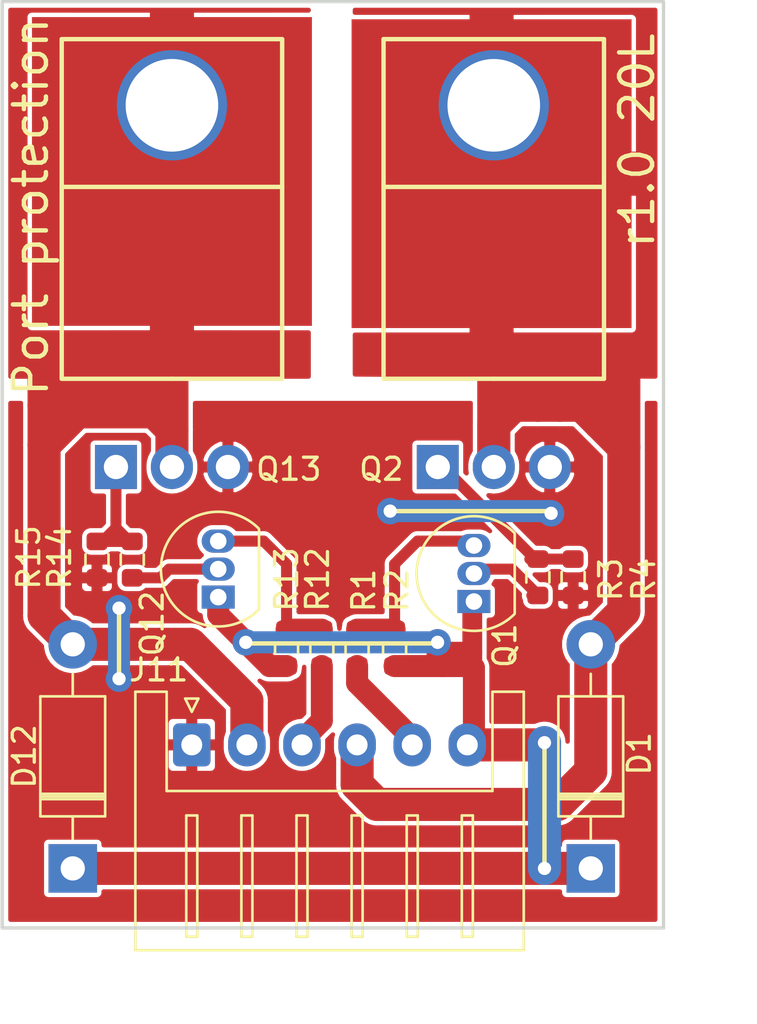
<source format=kicad_pcb>
(kicad_pcb (version 20171130) (host pcbnew "(5.1.6)-1")

  (general
    (thickness 1.6)
    (drawings 22)
    (tracks 107)
    (zones 0)
    (modules 15)
    (nets 13)
  )

  (page A4)
  (layers
    (0 F.Cu signal)
    (31 B.Cu signal)
    (32 B.Adhes user)
    (33 F.Adhes user)
    (34 B.Paste user)
    (35 F.Paste user)
    (36 B.SilkS user)
    (37 F.SilkS user)
    (38 B.Mask user)
    (39 F.Mask user)
    (40 Dwgs.User user)
    (41 Cmts.User user)
    (42 Eco1.User user)
    (43 Eco2.User user)
    (44 Edge.Cuts user)
    (45 Margin user)
    (46 B.CrtYd user)
    (47 F.CrtYd user)
    (48 B.Fab user hide)
    (49 F.Fab user hide)
  )

  (setup
    (last_trace_width 0.25)
    (user_trace_width 0.2)
    (user_trace_width 0.3)
    (user_trace_width 0.4)
    (user_trace_width 0.5)
    (user_trace_width 0.6)
    (user_trace_width 0.7)
    (user_trace_width 0.8)
    (user_trace_width 0.9)
    (user_trace_width 1)
    (user_trace_width 1.1)
    (user_trace_width 1.2)
    (user_trace_width 1.3)
    (user_trace_width 1.4)
    (user_trace_width 1.5)
    (user_trace_width 2)
    (user_trace_width 2.5)
    (user_trace_width 3)
    (trace_clearance 0.2)
    (zone_clearance 0.2)
    (zone_45_only no)
    (trace_min 0.2)
    (via_size 0.8)
    (via_drill 0.4)
    (via_min_size 0.4)
    (via_min_drill 0.3)
    (user_via 1.2 0.6)
    (uvia_size 0.3)
    (uvia_drill 0.1)
    (uvias_allowed no)
    (uvia_min_size 0.2)
    (uvia_min_drill 0.1)
    (edge_width 0.05)
    (segment_width 0.2)
    (pcb_text_width 0.3)
    (pcb_text_size 1.5 1.5)
    (mod_edge_width 0.12)
    (mod_text_size 1 1)
    (mod_text_width 0.15)
    (pad_size 1.524 1.524)
    (pad_drill 0.762)
    (pad_to_mask_clearance 0)
    (aux_axis_origin 0 0)
    (grid_origin 85 108)
    (visible_elements 7FFFFFFF)
    (pcbplotparams
      (layerselection 0x010a0_7fffffff)
      (usegerberextensions false)
      (usegerberattributes false)
      (usegerberadvancedattributes false)
      (creategerberjobfile false)
      (excludeedgelayer true)
      (linewidth 0.100000)
      (plotframeref false)
      (viasonmask false)
      (mode 1)
      (useauxorigin true)
      (hpglpennumber 1)
      (hpglpenspeed 20)
      (hpglpendiameter 15.000000)
      (psnegative false)
      (psa4output false)
      (plotreference true)
      (plotvalue true)
      (plotinvisibletext false)
      (padsonsilk false)
      (subtractmaskfromsilk true)
      (outputformat 1)
      (mirror false)
      (drillshape 0)
      (scaleselection 1)
      (outputdirectory "C:/Users/sny-acer/Desktop/2-PortProtect/"))
  )

  (net 0 "")
  (net 1 +24V)
  (net 2 "Net-(Q12-Pad3)")
  (net 3 "Net-(Q12-Pad2)")
  (net 4 GND)
  (net 5 "Net-(Q13-Pad1)")
  (net 6 "Net-(Q1-Pad3)")
  (net 7 "Net-(Q1-Pad2)")
  (net 8 "Net-(Q2-Pad1)")
  (net 9 PLC_Y012)
  (net 10 Solenoid2)
  (net 11 PLC_Y006)
  (net 12 Solenoid1)

  (net_class Default "This is the default net class."
    (clearance 0.2)
    (trace_width 0.25)
    (via_dia 0.8)
    (via_drill 0.4)
    (uvia_dia 0.3)
    (uvia_drill 0.1)
    (add_net +24V)
    (add_net GND)
    (add_net "Net-(Q1-Pad2)")
    (add_net "Net-(Q1-Pad3)")
    (add_net "Net-(Q12-Pad2)")
    (add_net "Net-(Q12-Pad3)")
    (add_net "Net-(Q13-Pad1)")
    (add_net "Net-(Q2-Pad1)")
    (add_net PLC_Y006)
    (add_net PLC_Y012)
    (add_net Solenoid1)
    (add_net Solenoid2)
  )

  (module Connector_JST:JST_XH_S6B-XH-A_1x06_P2.50mm_Horizontal (layer F.Cu) (tedit 5C281475) (tstamp 5FE51C36)
    (at 93.6 99.7)
    (descr "JST XH series connector, S6B-XH-A (http://www.jst-mfg.com/product/pdf/eng/eXH.pdf), generated with kicad-footprint-generator")
    (tags "connector JST XH horizontal")
    (path /5FE4D6A7)
    (fp_text reference J11 (at -1.5 -3.4) (layer F.SilkS)
      (effects (font (size 1 1) (thickness 0.15)))
    )
    (fp_text value Conn_01x06 (at 6.25 10.4) (layer F.Fab)
      (effects (font (size 1 1) (thickness 0.15)))
    )
    (fp_line (start -2.95 -2.8) (end -2.95 9.7) (layer F.CrtYd) (width 0.05))
    (fp_line (start -2.95 9.7) (end 15.45 9.7) (layer F.CrtYd) (width 0.05))
    (fp_line (start 15.45 9.7) (end 15.45 -2.8) (layer F.CrtYd) (width 0.05))
    (fp_line (start 15.45 -2.8) (end -2.95 -2.8) (layer F.CrtYd) (width 0.05))
    (fp_line (start 6.25 9.31) (end -2.56 9.31) (layer F.SilkS) (width 0.12))
    (fp_line (start -2.56 9.31) (end -2.56 -2.41) (layer F.SilkS) (width 0.12))
    (fp_line (start -2.56 -2.41) (end -1.14 -2.41) (layer F.SilkS) (width 0.12))
    (fp_line (start -1.14 -2.41) (end -1.14 2.09) (layer F.SilkS) (width 0.12))
    (fp_line (start -1.14 2.09) (end 6.25 2.09) (layer F.SilkS) (width 0.12))
    (fp_line (start 6.25 9.31) (end 15.06 9.31) (layer F.SilkS) (width 0.12))
    (fp_line (start 15.06 9.31) (end 15.06 -2.41) (layer F.SilkS) (width 0.12))
    (fp_line (start 15.06 -2.41) (end 13.64 -2.41) (layer F.SilkS) (width 0.12))
    (fp_line (start 13.64 -2.41) (end 13.64 2.09) (layer F.SilkS) (width 0.12))
    (fp_line (start 13.64 2.09) (end 6.25 2.09) (layer F.SilkS) (width 0.12))
    (fp_line (start 6.25 9.2) (end -2.45 9.2) (layer F.Fab) (width 0.1))
    (fp_line (start -2.45 9.2) (end -2.45 -2.3) (layer F.Fab) (width 0.1))
    (fp_line (start -2.45 -2.3) (end -1.25 -2.3) (layer F.Fab) (width 0.1))
    (fp_line (start -1.25 -2.3) (end -1.25 2.2) (layer F.Fab) (width 0.1))
    (fp_line (start -1.25 2.2) (end 6.25 2.2) (layer F.Fab) (width 0.1))
    (fp_line (start 6.25 9.2) (end 14.95 9.2) (layer F.Fab) (width 0.1))
    (fp_line (start 14.95 9.2) (end 14.95 -2.3) (layer F.Fab) (width 0.1))
    (fp_line (start 14.95 -2.3) (end 13.75 -2.3) (layer F.Fab) (width 0.1))
    (fp_line (start 13.75 -2.3) (end 13.75 2.2) (layer F.Fab) (width 0.1))
    (fp_line (start 13.75 2.2) (end 6.25 2.2) (layer F.Fab) (width 0.1))
    (fp_line (start -0.25 3.2) (end -0.25 8.7) (layer F.SilkS) (width 0.12))
    (fp_line (start -0.25 8.7) (end 0.25 8.7) (layer F.SilkS) (width 0.12))
    (fp_line (start 0.25 8.7) (end 0.25 3.2) (layer F.SilkS) (width 0.12))
    (fp_line (start 0.25 3.2) (end -0.25 3.2) (layer F.SilkS) (width 0.12))
    (fp_line (start 2.25 3.2) (end 2.25 8.7) (layer F.SilkS) (width 0.12))
    (fp_line (start 2.25 8.7) (end 2.75 8.7) (layer F.SilkS) (width 0.12))
    (fp_line (start 2.75 8.7) (end 2.75 3.2) (layer F.SilkS) (width 0.12))
    (fp_line (start 2.75 3.2) (end 2.25 3.2) (layer F.SilkS) (width 0.12))
    (fp_line (start 4.75 3.2) (end 4.75 8.7) (layer F.SilkS) (width 0.12))
    (fp_line (start 4.75 8.7) (end 5.25 8.7) (layer F.SilkS) (width 0.12))
    (fp_line (start 5.25 8.7) (end 5.25 3.2) (layer F.SilkS) (width 0.12))
    (fp_line (start 5.25 3.2) (end 4.75 3.2) (layer F.SilkS) (width 0.12))
    (fp_line (start 7.25 3.2) (end 7.25 8.7) (layer F.SilkS) (width 0.12))
    (fp_line (start 7.25 8.7) (end 7.75 8.7) (layer F.SilkS) (width 0.12))
    (fp_line (start 7.75 8.7) (end 7.75 3.2) (layer F.SilkS) (width 0.12))
    (fp_line (start 7.75 3.2) (end 7.25 3.2) (layer F.SilkS) (width 0.12))
    (fp_line (start 9.75 3.2) (end 9.75 8.7) (layer F.SilkS) (width 0.12))
    (fp_line (start 9.75 8.7) (end 10.25 8.7) (layer F.SilkS) (width 0.12))
    (fp_line (start 10.25 8.7) (end 10.25 3.2) (layer F.SilkS) (width 0.12))
    (fp_line (start 10.25 3.2) (end 9.75 3.2) (layer F.SilkS) (width 0.12))
    (fp_line (start 12.25 3.2) (end 12.25 8.7) (layer F.SilkS) (width 0.12))
    (fp_line (start 12.25 8.7) (end 12.75 8.7) (layer F.SilkS) (width 0.12))
    (fp_line (start 12.75 8.7) (end 12.75 3.2) (layer F.SilkS) (width 0.12))
    (fp_line (start 12.75 3.2) (end 12.25 3.2) (layer F.SilkS) (width 0.12))
    (fp_line (start 0 -1.5) (end -0.3 -2.1) (layer F.SilkS) (width 0.12))
    (fp_line (start -0.3 -2.1) (end 0.3 -2.1) (layer F.SilkS) (width 0.12))
    (fp_line (start 0.3 -2.1) (end 0 -1.5) (layer F.SilkS) (width 0.12))
    (fp_line (start -0.625 2.2) (end 0 1.2) (layer F.Fab) (width 0.1))
    (fp_line (start 0 1.2) (end 0.625 2.2) (layer F.Fab) (width 0.1))
    (fp_text user %R (at 6.25 3.45) (layer F.Fab)
      (effects (font (size 1 1) (thickness 0.15)))
    )
    (pad 6 thru_hole oval (at 12.5 0) (size 1.7 1.95) (drill 0.95) (layers *.Cu *.Mask)
      (net 1 +24V))
    (pad 5 thru_hole oval (at 10 0) (size 1.7 1.95) (drill 0.95) (layers *.Cu *.Mask)
      (net 9 PLC_Y012))
    (pad 4 thru_hole oval (at 7.5 0) (size 1.7 1.95) (drill 0.95) (layers *.Cu *.Mask)
      (net 10 Solenoid2))
    (pad 3 thru_hole oval (at 5 0) (size 1.7 1.95) (drill 0.95) (layers *.Cu *.Mask)
      (net 11 PLC_Y006))
    (pad 2 thru_hole oval (at 2.5 0) (size 1.7 1.95) (drill 0.95) (layers *.Cu *.Mask)
      (net 12 Solenoid1))
    (pad 1 thru_hole roundrect (at 0 0) (size 1.7 1.95) (drill 0.95) (layers *.Cu *.Mask) (roundrect_rratio 0.1470588235294118)
      (net 4 GND))
    (model ${KISYS3DMOD}/Connector_JST.3dshapes/JST_XH_S6B-XH-A_1x06_P2.50mm_Horizontal.wrl
      (at (xyz 0 0 0))
      (scale (xyz 1 1 1))
      (rotate (xyz 0 0 0))
    )
  )

  (module CapSorting:IRLB8721PBF-2 (layer F.Cu) (tedit 5FE4B10C) (tstamp 5FE36762)
    (at 92.7 87.1)
    (path /5FE464D4)
    (fp_text reference Q13 (at 5.3 0.1) (layer F.SilkS)
      (effects (font (size 1 1) (thickness 0.15)))
    )
    (fp_text value IRLB8721PBF (at 0 2.54) (layer F.Fab)
      (effects (font (size 1 1) (thickness 0.15)))
    )
    (fp_line (start 5 -12.7) (end -5 -12.7) (layer F.SilkS) (width 0.2))
    (fp_line (start 5 -4) (end 5 -19.4) (layer F.SilkS) (width 0.2))
    (fp_line (start -5 -4) (end -5 -19.4) (layer F.SilkS) (width 0.2))
    (fp_line (start 0 -4) (end 5 -4) (layer F.SilkS) (width 0.2))
    (fp_line (start 0 -4) (end -5 -4) (layer F.SilkS) (width 0.2))
    (fp_line (start 2.54 0) (end 2.54 -4) (layer Eco1.User) (width 0.12))
    (fp_line (start 0 0) (end 0 -4) (layer Eco1.User) (width 0.12))
    (fp_line (start -2.54 0) (end -2.54 -4) (layer Eco1.User) (width 0.12))
    (fp_line (start 5 -19.4) (end -5 -19.4) (layer F.SilkS) (width 0.2))
    (pad 2 thru_hole circle (at 0 -16.4) (size 5 5) (drill 4.2) (layers *.Cu *.Mask)
      (net 12 Solenoid1))
    (pad 1 thru_hole rect (at -2.54 0) (size 1.905 2) (drill 1.1) (layers *.Cu *.Mask)
      (net 5 "Net-(Q13-Pad1)"))
    (pad 3 thru_hole oval (at 2.54 0) (size 1.905 2) (drill 1.1) (layers *.Cu *.Mask)
      (net 4 GND))
    (pad 2 thru_hole oval (at 0 0) (size 1.905 2) (drill 1.1) (layers *.Cu *.Mask)
      (net 12 Solenoid1))
    (pad 2 smd rect (at 0 -13.4) (size 12.7 14) (layers F.Cu F.Paste F.Mask)
      (net 12 Solenoid1))
  )

  (module CapSorting:IRLB8721PBF-2 (layer F.Cu) (tedit 5FE4B0B1) (tstamp 5FE367AD)
    (at 107.3 87.1)
    (path /5FE44DFD)
    (fp_text reference Q2 (at -5.1 0.1) (layer F.SilkS)
      (effects (font (size 1 1) (thickness 0.15)))
    )
    (fp_text value IRLB8721PBF (at 0 2.54) (layer F.Fab)
      (effects (font (size 1 1) (thickness 0.15)))
    )
    (fp_line (start 5 -12.7) (end -5 -12.7) (layer F.SilkS) (width 0.2))
    (fp_line (start 5 -4) (end 5 -19.4) (layer F.SilkS) (width 0.2))
    (fp_line (start -5 -4) (end -5 -19.4) (layer F.SilkS) (width 0.2))
    (fp_line (start 0 -4) (end 5 -4) (layer F.SilkS) (width 0.2))
    (fp_line (start 0 -4) (end -5 -4) (layer F.SilkS) (width 0.2))
    (fp_line (start 2.54 0) (end 2.54 -4) (layer Eco1.User) (width 0.12))
    (fp_line (start 0 0) (end 0 -4) (layer Eco1.User) (width 0.12))
    (fp_line (start -2.54 0) (end -2.54 -4) (layer Eco1.User) (width 0.12))
    (fp_line (start 5 -19.4) (end -5 -19.4) (layer F.SilkS) (width 0.2))
    (pad 2 thru_hole circle (at 0 -16.4) (size 5 5) (drill 4.2) (layers *.Cu *.Mask)
      (net 10 Solenoid2))
    (pad 1 thru_hole rect (at -2.54 0) (size 1.905 2) (drill 1.1) (layers *.Cu *.Mask)
      (net 8 "Net-(Q2-Pad1)"))
    (pad 3 thru_hole oval (at 2.54 0) (size 1.905 2) (drill 1.1) (layers *.Cu *.Mask)
      (net 4 GND))
    (pad 2 thru_hole oval (at 0 0) (size 1.905 2) (drill 1.1) (layers *.Cu *.Mask)
      (net 10 Solenoid2))
    (pad 2 smd rect (at -0.1 -13.3) (size 12.7 14) (layers F.Cu F.Paste F.Mask)
      (net 10 Solenoid2))
  )

  (module Resistor_SMD:R_0603_1608Metric (layer F.Cu) (tedit 5F68FEEE) (tstamp 5FE3681F)
    (at 110.9 92.1 270)
    (descr "Resistor SMD 0603 (1608 Metric), square (rectangular) end terminal, IPC_7351 nominal, (Body size source: IPC-SM-782 page 72, https://www.pcb-3d.com/wordpress/wp-content/uploads/ipc-sm-782a_amendment_1_and_2.pdf), generated with kicad-footprint-generator")
    (tags resistor)
    (path /5FE44DEE)
    (attr smd)
    (fp_text reference R4 (at 0.1 -3.2 270) (layer F.SilkS)
      (effects (font (size 1 1) (thickness 0.15)))
    )
    (fp_text value 22k (at 0 1.43 270) (layer F.Fab)
      (effects (font (size 1 1) (thickness 0.15)))
    )
    (fp_line (start -0.8 0.4125) (end -0.8 -0.4125) (layer F.Fab) (width 0.1))
    (fp_line (start -0.8 -0.4125) (end 0.8 -0.4125) (layer F.Fab) (width 0.1))
    (fp_line (start 0.8 -0.4125) (end 0.8 0.4125) (layer F.Fab) (width 0.1))
    (fp_line (start 0.8 0.4125) (end -0.8 0.4125) (layer F.Fab) (width 0.1))
    (fp_line (start -0.237258 -0.5225) (end 0.237258 -0.5225) (layer F.SilkS) (width 0.12))
    (fp_line (start -0.237258 0.5225) (end 0.237258 0.5225) (layer F.SilkS) (width 0.12))
    (fp_line (start -1.48 0.73) (end -1.48 -0.73) (layer F.CrtYd) (width 0.05))
    (fp_line (start -1.48 -0.73) (end 1.48 -0.73) (layer F.CrtYd) (width 0.05))
    (fp_line (start 1.48 -0.73) (end 1.48 0.73) (layer F.CrtYd) (width 0.05))
    (fp_line (start 1.48 0.73) (end -1.48 0.73) (layer F.CrtYd) (width 0.05))
    (fp_text user %R (at 0 0 270) (layer F.Fab)
      (effects (font (size 0.4 0.4) (thickness 0.06)))
    )
    (pad 1 smd roundrect (at -0.825 0 270) (size 0.8 0.95) (layers F.Cu F.Paste F.Mask) (roundrect_rratio 0.25)
      (net 8 "Net-(Q2-Pad1)"))
    (pad 2 smd roundrect (at 0.825 0 270) (size 0.8 0.95) (layers F.Cu F.Paste F.Mask) (roundrect_rratio 0.25)
      (net 4 GND))
    (model ${KISYS3DMOD}/Resistor_SMD.3dshapes/R_0603_1608Metric.wrl
      (at (xyz 0 0 0))
      (scale (xyz 1 1 1))
      (rotate (xyz 0 0 0))
    )
  )

  (module Resistor_SMD:R_0603_1608Metric (layer F.Cu) (tedit 5F68FEEE) (tstamp 5FE36882)
    (at 109.3 92.1 270)
    (descr "Resistor SMD 0603 (1608 Metric), square (rectangular) end terminal, IPC_7351 nominal, (Body size source: IPC-SM-782 page 72, https://www.pcb-3d.com/wordpress/wp-content/uploads/ipc-sm-782a_amendment_1_and_2.pdf), generated with kicad-footprint-generator")
    (tags resistor)
    (path /5FE44DE8)
    (attr smd)
    (fp_text reference R3 (at 0.1 -3.3 270) (layer F.SilkS)
      (effects (font (size 1 1) (thickness 0.15)))
    )
    (fp_text value 10k (at 0 1.43 270) (layer F.Fab)
      (effects (font (size 1 1) (thickness 0.15)))
    )
    (fp_line (start 1.48 0.73) (end -1.48 0.73) (layer F.CrtYd) (width 0.05))
    (fp_line (start 1.48 -0.73) (end 1.48 0.73) (layer F.CrtYd) (width 0.05))
    (fp_line (start -1.48 -0.73) (end 1.48 -0.73) (layer F.CrtYd) (width 0.05))
    (fp_line (start -1.48 0.73) (end -1.48 -0.73) (layer F.CrtYd) (width 0.05))
    (fp_line (start -0.237258 0.5225) (end 0.237258 0.5225) (layer F.SilkS) (width 0.12))
    (fp_line (start -0.237258 -0.5225) (end 0.237258 -0.5225) (layer F.SilkS) (width 0.12))
    (fp_line (start 0.8 0.4125) (end -0.8 0.4125) (layer F.Fab) (width 0.1))
    (fp_line (start 0.8 -0.4125) (end 0.8 0.4125) (layer F.Fab) (width 0.1))
    (fp_line (start -0.8 -0.4125) (end 0.8 -0.4125) (layer F.Fab) (width 0.1))
    (fp_line (start -0.8 0.4125) (end -0.8 -0.4125) (layer F.Fab) (width 0.1))
    (fp_text user %R (at 0 0 270) (layer F.Fab)
      (effects (font (size 0.4 0.4) (thickness 0.06)))
    )
    (pad 2 smd roundrect (at 0.825 0 270) (size 0.8 0.95) (layers F.Cu F.Paste F.Mask) (roundrect_rratio 0.25)
      (net 7 "Net-(Q1-Pad2)"))
    (pad 1 smd roundrect (at -0.825 0 270) (size 0.8 0.95) (layers F.Cu F.Paste F.Mask) (roundrect_rratio 0.25)
      (net 8 "Net-(Q2-Pad1)"))
    (model ${KISYS3DMOD}/Resistor_SMD.3dshapes/R_0603_1608Metric.wrl
      (at (xyz 0 0 0))
      (scale (xyz 1 1 1))
      (rotate (xyz 0 0 0))
    )
  )

  (module Resistor_SMD:R_0603_1608Metric (layer F.Cu) (tedit 5F68FEEE) (tstamp 5FE368B2)
    (at 102.8 95.3 90)
    (descr "Resistor SMD 0603 (1608 Metric), square (rectangular) end terminal, IPC_7351 nominal, (Body size source: IPC-SM-782 page 72, https://www.pcb-3d.com/wordpress/wp-content/uploads/ipc-sm-782a_amendment_1_and_2.pdf), generated with kicad-footprint-generator")
    (tags resistor)
    (path /5FE44DD6)
    (attr smd)
    (fp_text reference R2 (at 2.6 0.1 90) (layer F.SilkS)
      (effects (font (size 1 1) (thickness 0.15)))
    )
    (fp_text value 47k (at 0 1.43 90) (layer F.Fab)
      (effects (font (size 1 1) (thickness 0.15)))
    )
    (fp_line (start 1.48 0.73) (end -1.48 0.73) (layer F.CrtYd) (width 0.05))
    (fp_line (start 1.48 -0.73) (end 1.48 0.73) (layer F.CrtYd) (width 0.05))
    (fp_line (start -1.48 -0.73) (end 1.48 -0.73) (layer F.CrtYd) (width 0.05))
    (fp_line (start -1.48 0.73) (end -1.48 -0.73) (layer F.CrtYd) (width 0.05))
    (fp_line (start -0.237258 0.5225) (end 0.237258 0.5225) (layer F.SilkS) (width 0.12))
    (fp_line (start -0.237258 -0.5225) (end 0.237258 -0.5225) (layer F.SilkS) (width 0.12))
    (fp_line (start 0.8 0.4125) (end -0.8 0.4125) (layer F.Fab) (width 0.1))
    (fp_line (start 0.8 -0.4125) (end 0.8 0.4125) (layer F.Fab) (width 0.1))
    (fp_line (start -0.8 -0.4125) (end 0.8 -0.4125) (layer F.Fab) (width 0.1))
    (fp_line (start -0.8 0.4125) (end -0.8 -0.4125) (layer F.Fab) (width 0.1))
    (fp_text user %R (at 0 0 90) (layer F.Fab)
      (effects (font (size 0.4 0.4) (thickness 0.06)))
    )
    (pad 2 smd roundrect (at 0.825 0 90) (size 0.8 0.95) (layers F.Cu F.Paste F.Mask) (roundrect_rratio 0.25)
      (net 6 "Net-(Q1-Pad3)"))
    (pad 1 smd roundrect (at -0.825 0 90) (size 0.8 0.95) (layers F.Cu F.Paste F.Mask) (roundrect_rratio 0.25)
      (net 1 +24V))
    (model ${KISYS3DMOD}/Resistor_SMD.3dshapes/R_0603_1608Metric.wrl
      (at (xyz 0 0 0))
      (scale (xyz 1 1 1))
      (rotate (xyz 0 0 0))
    )
  )

  (module Resistor_SMD:R_0603_1608Metric (layer F.Cu) (tedit 5F68FEEE) (tstamp 5FE36912)
    (at 101.1 95.3 270)
    (descr "Resistor SMD 0603 (1608 Metric), square (rectangular) end terminal, IPC_7351 nominal, (Body size source: IPC-SM-782 page 72, https://www.pcb-3d.com/wordpress/wp-content/uploads/ipc-sm-782a_amendment_1_and_2.pdf), generated with kicad-footprint-generator")
    (tags resistor)
    (path /5FE44DDC)
    (attr smd)
    (fp_text reference R1 (at -2.6 -0.3 90) (layer F.SilkS)
      (effects (font (size 1 1) (thickness 0.15)))
    )
    (fp_text value 10k (at 0 1.43 90) (layer F.Fab)
      (effects (font (size 1 1) (thickness 0.15)))
    )
    (fp_line (start 1.48 0.73) (end -1.48 0.73) (layer F.CrtYd) (width 0.05))
    (fp_line (start 1.48 -0.73) (end 1.48 0.73) (layer F.CrtYd) (width 0.05))
    (fp_line (start -1.48 -0.73) (end 1.48 -0.73) (layer F.CrtYd) (width 0.05))
    (fp_line (start -1.48 0.73) (end -1.48 -0.73) (layer F.CrtYd) (width 0.05))
    (fp_line (start -0.237258 0.5225) (end 0.237258 0.5225) (layer F.SilkS) (width 0.12))
    (fp_line (start -0.237258 -0.5225) (end 0.237258 -0.5225) (layer F.SilkS) (width 0.12))
    (fp_line (start 0.8 0.4125) (end -0.8 0.4125) (layer F.Fab) (width 0.1))
    (fp_line (start 0.8 -0.4125) (end 0.8 0.4125) (layer F.Fab) (width 0.1))
    (fp_line (start -0.8 -0.4125) (end 0.8 -0.4125) (layer F.Fab) (width 0.1))
    (fp_line (start -0.8 0.4125) (end -0.8 -0.4125) (layer F.Fab) (width 0.1))
    (fp_text user %R (at 0 0 90) (layer F.Fab)
      (effects (font (size 0.4 0.4) (thickness 0.06)))
    )
    (pad 2 smd roundrect (at 0.825 0 270) (size 0.8 0.95) (layers F.Cu F.Paste F.Mask) (roundrect_rratio 0.25)
      (net 9 PLC_Y012))
    (pad 1 smd roundrect (at -0.825 0 270) (size 0.8 0.95) (layers F.Cu F.Paste F.Mask) (roundrect_rratio 0.25)
      (net 6 "Net-(Q1-Pad3)"))
    (model ${KISYS3DMOD}/Resistor_SMD.3dshapes/R_0603_1608Metric.wrl
      (at (xyz 0 0 0))
      (scale (xyz 1 1 1))
      (rotate (xyz 0 0 0))
    )
  )

  (module Package_TO_SOT_THT:TO-92_Inline (layer F.Cu) (tedit 5A1DD157) (tstamp 5FE36850)
    (at 106.4 93.2 90)
    (descr "TO-92 leads in-line, narrow, oval pads, drill 0.75mm (see NXP sot054_po.pdf)")
    (tags "to-92 sc-43 sc-43a sot54 PA33 transistor")
    (path /5FE44DD0)
    (fp_text reference Q1 (at -2 1.4 90) (layer F.SilkS)
      (effects (font (size 1 1) (thickness 0.15)))
    )
    (fp_text value 2SA1015 (at 1.27 2.79 90) (layer F.Fab)
      (effects (font (size 1 1) (thickness 0.15)))
    )
    (fp_line (start 4 2.01) (end -1.46 2.01) (layer F.CrtYd) (width 0.05))
    (fp_line (start 4 2.01) (end 4 -2.73) (layer F.CrtYd) (width 0.05))
    (fp_line (start -1.46 -2.73) (end -1.46 2.01) (layer F.CrtYd) (width 0.05))
    (fp_line (start -1.46 -2.73) (end 4 -2.73) (layer F.CrtYd) (width 0.05))
    (fp_line (start -0.5 1.75) (end 3 1.75) (layer F.Fab) (width 0.1))
    (fp_line (start -0.53 1.85) (end 3.07 1.85) (layer F.SilkS) (width 0.12))
    (fp_arc (start 1.27 0) (end 1.27 -2.6) (angle 135) (layer F.SilkS) (width 0.12))
    (fp_arc (start 1.27 0) (end 1.27 -2.48) (angle -135) (layer F.Fab) (width 0.1))
    (fp_arc (start 1.27 0) (end 1.27 -2.6) (angle -135) (layer F.SilkS) (width 0.12))
    (fp_arc (start 1.27 0) (end 1.27 -2.48) (angle 135) (layer F.Fab) (width 0.1))
    (fp_text user %R (at 1.27 0 90) (layer F.Fab)
      (effects (font (size 1 1) (thickness 0.15)))
    )
    (pad 1 thru_hole rect (at 0 0 90) (size 1.05 1.5) (drill 0.75) (layers *.Cu *.Mask)
      (net 1 +24V))
    (pad 3 thru_hole oval (at 2.54 0 90) (size 1.05 1.5) (drill 0.75) (layers *.Cu *.Mask)
      (net 6 "Net-(Q1-Pad3)"))
    (pad 2 thru_hole oval (at 1.27 0 90) (size 1.05 1.5) (drill 0.75) (layers *.Cu *.Mask)
      (net 7 "Net-(Q1-Pad2)"))
    (model ${KISYS3DMOD}/Package_TO_SOT_THT.3dshapes/TO-92_Inline.wrl
      (at (xyz 0 0 0))
      (scale (xyz 1 1 1))
      (rotate (xyz 0 0 0))
    )
  )

  (module Diode_THT:D_DO-41_SOD81_P10.16mm_Horizontal (layer F.Cu) (tedit 5AE50CD5) (tstamp 5FE36BF4)
    (at 111.7 105.3 90)
    (descr "Diode, DO-41_SOD81 series, Axial, Horizontal, pin pitch=10.16mm, , length*diameter=5.2*2.7mm^2, , http://www.diodes.com/_files/packages/DO-41%20(Plastic).pdf")
    (tags "Diode DO-41_SOD81 series Axial Horizontal pin pitch 10.16mm  length 5.2mm diameter 2.7mm")
    (path /5FE44E1A)
    (fp_text reference D1 (at 5.2 2.2 90) (layer F.SilkS)
      (effects (font (size 1 1) (thickness 0.15)))
    )
    (fp_text value 1N4003 (at 5.08 2.47 90) (layer F.Fab)
      (effects (font (size 1 1) (thickness 0.15)))
    )
    (fp_line (start 11.51 -1.6) (end -1.35 -1.6) (layer F.CrtYd) (width 0.05))
    (fp_line (start 11.51 1.6) (end 11.51 -1.6) (layer F.CrtYd) (width 0.05))
    (fp_line (start -1.35 1.6) (end 11.51 1.6) (layer F.CrtYd) (width 0.05))
    (fp_line (start -1.35 -1.6) (end -1.35 1.6) (layer F.CrtYd) (width 0.05))
    (fp_line (start 3.14 -1.47) (end 3.14 1.47) (layer F.SilkS) (width 0.12))
    (fp_line (start 3.38 -1.47) (end 3.38 1.47) (layer F.SilkS) (width 0.12))
    (fp_line (start 3.26 -1.47) (end 3.26 1.47) (layer F.SilkS) (width 0.12))
    (fp_line (start 8.82 0) (end 7.8 0) (layer F.SilkS) (width 0.12))
    (fp_line (start 1.34 0) (end 2.36 0) (layer F.SilkS) (width 0.12))
    (fp_line (start 7.8 -1.47) (end 2.36 -1.47) (layer F.SilkS) (width 0.12))
    (fp_line (start 7.8 1.47) (end 7.8 -1.47) (layer F.SilkS) (width 0.12))
    (fp_line (start 2.36 1.47) (end 7.8 1.47) (layer F.SilkS) (width 0.12))
    (fp_line (start 2.36 -1.47) (end 2.36 1.47) (layer F.SilkS) (width 0.12))
    (fp_line (start 3.16 -1.35) (end 3.16 1.35) (layer F.Fab) (width 0.1))
    (fp_line (start 3.36 -1.35) (end 3.36 1.35) (layer F.Fab) (width 0.1))
    (fp_line (start 3.26 -1.35) (end 3.26 1.35) (layer F.Fab) (width 0.1))
    (fp_line (start 10.16 0) (end 7.68 0) (layer F.Fab) (width 0.1))
    (fp_line (start 0 0) (end 2.48 0) (layer F.Fab) (width 0.1))
    (fp_line (start 7.68 -1.35) (end 2.48 -1.35) (layer F.Fab) (width 0.1))
    (fp_line (start 7.68 1.35) (end 7.68 -1.35) (layer F.Fab) (width 0.1))
    (fp_line (start 2.48 1.35) (end 7.68 1.35) (layer F.Fab) (width 0.1))
    (fp_line (start 2.48 -1.35) (end 2.48 1.35) (layer F.Fab) (width 0.1))
    (fp_text user K (at 0 -2.1 90) (layer F.Fab)
      (effects (font (size 1 1) (thickness 0.15)))
    )
    (fp_text user %R (at 5.47 0 90) (layer F.Fab)
      (effects (font (size 1 1) (thickness 0.15)))
    )
    (pad 2 thru_hole oval (at 10.16 0 90) (size 2.2 2.2) (drill 1.1) (layers *.Cu *.Mask)
      (net 10 Solenoid2))
    (pad 1 thru_hole rect (at 0 0 90) (size 2.2 2.2) (drill 1.1) (layers *.Cu *.Mask)
      (net 1 +24V))
    (model ${KISYS3DMOD}/Diode_THT.3dshapes/D_DO-41_SOD81_P10.16mm_Horizontal.wrl
      (at (xyz 0 0 0))
      (scale (xyz 1 1 1))
      (rotate (xyz 0 0 0))
    )
  )

  (module Resistor_SMD:R_0603_1608Metric (layer F.Cu) (tedit 5F68FEEE) (tstamp 5FE367EF)
    (at 89.3 91.3 270)
    (descr "Resistor SMD 0603 (1608 Metric), square (rectangular) end terminal, IPC_7351 nominal, (Body size source: IPC-SM-782 page 72, https://www.pcb-3d.com/wordpress/wp-content/uploads/ipc-sm-782a_amendment_1_and_2.pdf), generated with kicad-footprint-generator")
    (tags resistor)
    (path /5FE464C5)
    (attr smd)
    (fp_text reference R15 (at -0.1 3.1 90) (layer F.SilkS)
      (effects (font (size 1 1) (thickness 0.15)))
    )
    (fp_text value 22k (at 0 1.43 90) (layer F.Fab)
      (effects (font (size 1 1) (thickness 0.15)))
    )
    (fp_line (start 1.48 0.73) (end -1.48 0.73) (layer F.CrtYd) (width 0.05))
    (fp_line (start 1.48 -0.73) (end 1.48 0.73) (layer F.CrtYd) (width 0.05))
    (fp_line (start -1.48 -0.73) (end 1.48 -0.73) (layer F.CrtYd) (width 0.05))
    (fp_line (start -1.48 0.73) (end -1.48 -0.73) (layer F.CrtYd) (width 0.05))
    (fp_line (start -0.237258 0.5225) (end 0.237258 0.5225) (layer F.SilkS) (width 0.12))
    (fp_line (start -0.237258 -0.5225) (end 0.237258 -0.5225) (layer F.SilkS) (width 0.12))
    (fp_line (start 0.8 0.4125) (end -0.8 0.4125) (layer F.Fab) (width 0.1))
    (fp_line (start 0.8 -0.4125) (end 0.8 0.4125) (layer F.Fab) (width 0.1))
    (fp_line (start -0.8 -0.4125) (end 0.8 -0.4125) (layer F.Fab) (width 0.1))
    (fp_line (start -0.8 0.4125) (end -0.8 -0.4125) (layer F.Fab) (width 0.1))
    (fp_text user %R (at 0 0 90) (layer F.Fab)
      (effects (font (size 0.4 0.4) (thickness 0.06)))
    )
    (pad 2 smd roundrect (at 0.825 0 270) (size 0.8 0.95) (layers F.Cu F.Paste F.Mask) (roundrect_rratio 0.25)
      (net 4 GND))
    (pad 1 smd roundrect (at -0.825 0 270) (size 0.8 0.95) (layers F.Cu F.Paste F.Mask) (roundrect_rratio 0.25)
      (net 5 "Net-(Q13-Pad1)"))
    (model ${KISYS3DMOD}/Resistor_SMD.3dshapes/R_0603_1608Metric.wrl
      (at (xyz 0 0 0))
      (scale (xyz 1 1 1))
      (rotate (xyz 0 0 0))
    )
  )

  (module Resistor_SMD:R_0603_1608Metric (layer F.Cu) (tedit 5F68FEEE) (tstamp 5FE4ADCB)
    (at 90.9 91.3 270)
    (descr "Resistor SMD 0603 (1608 Metric), square (rectangular) end terminal, IPC_7351 nominal, (Body size source: IPC-SM-782 page 72, https://www.pcb-3d.com/wordpress/wp-content/uploads/ipc-sm-782a_amendment_1_and_2.pdf), generated with kicad-footprint-generator")
    (tags resistor)
    (path /5FE464BF)
    (attr smd)
    (fp_text reference R14 (at -0.1 3.3 90) (layer F.SilkS)
      (effects (font (size 1 1) (thickness 0.15)))
    )
    (fp_text value 10k (at 0 1.43 90) (layer F.Fab)
      (effects (font (size 1 1) (thickness 0.15)))
    )
    (fp_line (start 1.48 0.73) (end -1.48 0.73) (layer F.CrtYd) (width 0.05))
    (fp_line (start 1.48 -0.73) (end 1.48 0.73) (layer F.CrtYd) (width 0.05))
    (fp_line (start -1.48 -0.73) (end 1.48 -0.73) (layer F.CrtYd) (width 0.05))
    (fp_line (start -1.48 0.73) (end -1.48 -0.73) (layer F.CrtYd) (width 0.05))
    (fp_line (start -0.237258 0.5225) (end 0.237258 0.5225) (layer F.SilkS) (width 0.12))
    (fp_line (start -0.237258 -0.5225) (end 0.237258 -0.5225) (layer F.SilkS) (width 0.12))
    (fp_line (start 0.8 0.4125) (end -0.8 0.4125) (layer F.Fab) (width 0.1))
    (fp_line (start 0.8 -0.4125) (end 0.8 0.4125) (layer F.Fab) (width 0.1))
    (fp_line (start -0.8 -0.4125) (end 0.8 -0.4125) (layer F.Fab) (width 0.1))
    (fp_line (start -0.8 0.4125) (end -0.8 -0.4125) (layer F.Fab) (width 0.1))
    (fp_text user %R (at 0 0 90) (layer F.Fab)
      (effects (font (size 0.4 0.4) (thickness 0.06)))
    )
    (pad 2 smd roundrect (at 0.825 0 270) (size 0.8 0.95) (layers F.Cu F.Paste F.Mask) (roundrect_rratio 0.25)
      (net 3 "Net-(Q12-Pad2)"))
    (pad 1 smd roundrect (at -0.825 0 270) (size 0.8 0.95) (layers F.Cu F.Paste F.Mask) (roundrect_rratio 0.25)
      (net 5 "Net-(Q13-Pad1)"))
    (model ${KISYS3DMOD}/Resistor_SMD.3dshapes/R_0603_1608Metric.wrl
      (at (xyz 0 0 0))
      (scale (xyz 1 1 1))
      (rotate (xyz 0 0 0))
    )
  )

  (module Resistor_SMD:R_0603_1608Metric (layer F.Cu) (tedit 5F68FEEE) (tstamp 5FE41648)
    (at 97.9 95.3 90)
    (descr "Resistor SMD 0603 (1608 Metric), square (rectangular) end terminal, IPC_7351 nominal, (Body size source: IPC-SM-782 page 72, https://www.pcb-3d.com/wordpress/wp-content/uploads/ipc-sm-782a_amendment_1_and_2.pdf), generated with kicad-footprint-generator")
    (tags resistor)
    (path /5FE464AD)
    (attr smd)
    (fp_text reference R13 (at 3.1 0 270) (layer F.SilkS)
      (effects (font (size 1 1) (thickness 0.15)))
    )
    (fp_text value 47k (at 0 1.43 270) (layer F.Fab)
      (effects (font (size 1 1) (thickness 0.15)))
    )
    (fp_line (start 1.48 0.73) (end -1.48 0.73) (layer F.CrtYd) (width 0.05))
    (fp_line (start 1.48 -0.73) (end 1.48 0.73) (layer F.CrtYd) (width 0.05))
    (fp_line (start -1.48 -0.73) (end 1.48 -0.73) (layer F.CrtYd) (width 0.05))
    (fp_line (start -1.48 0.73) (end -1.48 -0.73) (layer F.CrtYd) (width 0.05))
    (fp_line (start -0.237258 0.5225) (end 0.237258 0.5225) (layer F.SilkS) (width 0.12))
    (fp_line (start -0.237258 -0.5225) (end 0.237258 -0.5225) (layer F.SilkS) (width 0.12))
    (fp_line (start 0.8 0.4125) (end -0.8 0.4125) (layer F.Fab) (width 0.1))
    (fp_line (start 0.8 -0.4125) (end 0.8 0.4125) (layer F.Fab) (width 0.1))
    (fp_line (start -0.8 -0.4125) (end 0.8 -0.4125) (layer F.Fab) (width 0.1))
    (fp_line (start -0.8 0.4125) (end -0.8 -0.4125) (layer F.Fab) (width 0.1))
    (fp_text user %R (at 0 0 270) (layer F.Fab)
      (effects (font (size 0.4 0.4) (thickness 0.06)))
    )
    (pad 2 smd roundrect (at 0.825 0 90) (size 0.8 0.95) (layers F.Cu F.Paste F.Mask) (roundrect_rratio 0.25)
      (net 2 "Net-(Q12-Pad3)"))
    (pad 1 smd roundrect (at -0.825 0 90) (size 0.8 0.95) (layers F.Cu F.Paste F.Mask) (roundrect_rratio 0.25)
      (net 1 +24V))
    (model ${KISYS3DMOD}/Resistor_SMD.3dshapes/R_0603_1608Metric.wrl
      (at (xyz 0 0 0))
      (scale (xyz 1 1 1))
      (rotate (xyz 0 0 0))
    )
  )

  (module Resistor_SMD:R_0603_1608Metric (layer F.Cu) (tedit 5F68FEEE) (tstamp 5FE366F6)
    (at 99.5 95.3 270)
    (descr "Resistor SMD 0603 (1608 Metric), square (rectangular) end terminal, IPC_7351 nominal, (Body size source: IPC-SM-782 page 72, https://www.pcb-3d.com/wordpress/wp-content/uploads/ipc-sm-782a_amendment_1_and_2.pdf), generated with kicad-footprint-generator")
    (tags resistor)
    (path /5FE464B3)
    (attr smd)
    (fp_text reference R12 (at -3.1 0.2 270) (layer F.SilkS)
      (effects (font (size 1 1) (thickness 0.15)))
    )
    (fp_text value 10k (at 0 1.43 270) (layer F.Fab)
      (effects (font (size 1 1) (thickness 0.15)))
    )
    (fp_line (start 1.48 0.73) (end -1.48 0.73) (layer F.CrtYd) (width 0.05))
    (fp_line (start 1.48 -0.73) (end 1.48 0.73) (layer F.CrtYd) (width 0.05))
    (fp_line (start -1.48 -0.73) (end 1.48 -0.73) (layer F.CrtYd) (width 0.05))
    (fp_line (start -1.48 0.73) (end -1.48 -0.73) (layer F.CrtYd) (width 0.05))
    (fp_line (start -0.237258 0.5225) (end 0.237258 0.5225) (layer F.SilkS) (width 0.12))
    (fp_line (start -0.237258 -0.5225) (end 0.237258 -0.5225) (layer F.SilkS) (width 0.12))
    (fp_line (start 0.8 0.4125) (end -0.8 0.4125) (layer F.Fab) (width 0.1))
    (fp_line (start 0.8 -0.4125) (end 0.8 0.4125) (layer F.Fab) (width 0.1))
    (fp_line (start -0.8 -0.4125) (end 0.8 -0.4125) (layer F.Fab) (width 0.1))
    (fp_line (start -0.8 0.4125) (end -0.8 -0.4125) (layer F.Fab) (width 0.1))
    (fp_text user %R (at 0 3.184999 270) (layer F.Fab)
      (effects (font (size 0.4 0.4) (thickness 0.06)))
    )
    (pad 2 smd roundrect (at 0.825 0 270) (size 0.8 0.95) (layers F.Cu F.Paste F.Mask) (roundrect_rratio 0.25)
      (net 11 PLC_Y006))
    (pad 1 smd roundrect (at -0.825 0 270) (size 0.8 0.95) (layers F.Cu F.Paste F.Mask) (roundrect_rratio 0.25)
      (net 2 "Net-(Q12-Pad3)"))
    (model ${KISYS3DMOD}/Resistor_SMD.3dshapes/R_0603_1608Metric.wrl
      (at (xyz 0 0 0))
      (scale (xyz 1 1 1))
      (rotate (xyz 0 0 0))
    )
  )

  (module Package_TO_SOT_THT:TO-92_Inline (layer F.Cu) (tedit 5A1DD157) (tstamp 5FE36727)
    (at 94.8 93 90)
    (descr "TO-92 leads in-line, narrow, oval pads, drill 0.75mm (see NXP sot054_po.pdf)")
    (tags "to-92 sc-43 sc-43a sot54 PA33 transistor")
    (path /5FE464A7)
    (fp_text reference Q12 (at -1.2 -3 90) (layer F.SilkS)
      (effects (font (size 1 1) (thickness 0.15)))
    )
    (fp_text value 2SA1015 (at 1.27 2.79 90) (layer F.Fab)
      (effects (font (size 1 1) (thickness 0.15)))
    )
    (fp_line (start 4 2.01) (end -1.46 2.01) (layer F.CrtYd) (width 0.05))
    (fp_line (start 4 2.01) (end 4 -2.73) (layer F.CrtYd) (width 0.05))
    (fp_line (start -1.46 -2.73) (end -1.46 2.01) (layer F.CrtYd) (width 0.05))
    (fp_line (start -1.46 -2.73) (end 4 -2.73) (layer F.CrtYd) (width 0.05))
    (fp_line (start -0.5 1.75) (end 3 1.75) (layer F.Fab) (width 0.1))
    (fp_line (start -0.53 1.85) (end 3.07 1.85) (layer F.SilkS) (width 0.12))
    (fp_arc (start 1.27 0) (end 1.27 -2.6) (angle 135) (layer F.SilkS) (width 0.12))
    (fp_arc (start 1.27 0) (end 1.27 -2.48) (angle -135) (layer F.Fab) (width 0.1))
    (fp_arc (start 1.27 0) (end 1.27 -2.6) (angle -135) (layer F.SilkS) (width 0.12))
    (fp_arc (start 1.27 0) (end 1.27 -2.48) (angle 135) (layer F.Fab) (width 0.1))
    (fp_text user %R (at 1.27 0 90) (layer F.Fab)
      (effects (font (size 1 1) (thickness 0.15)))
    )
    (pad 1 thru_hole rect (at 0 0 90) (size 1.05 1.5) (drill 0.75) (layers *.Cu *.Mask)
      (net 1 +24V))
    (pad 3 thru_hole oval (at 2.54 0 90) (size 1.05 1.5) (drill 0.75) (layers *.Cu *.Mask)
      (net 2 "Net-(Q12-Pad3)"))
    (pad 2 thru_hole oval (at 1.27 0 90) (size 1.05 1.5) (drill 0.75) (layers *.Cu *.Mask)
      (net 3 "Net-(Q12-Pad2)"))
    (model ${KISYS3DMOD}/Package_TO_SOT_THT.3dshapes/TO-92_Inline.wrl
      (at (xyz 0 0 0))
      (scale (xyz 1 1 1))
      (rotate (xyz 0 0 0))
    )
  )

  (module Diode_THT:D_DO-41_SOD81_P10.16mm_Horizontal (layer F.Cu) (tedit 5AE50CD5) (tstamp 5FE36B9A)
    (at 88.2 105.3 90)
    (descr "Diode, DO-41_SOD81 series, Axial, Horizontal, pin pitch=10.16mm, , length*diameter=5.2*2.7mm^2, , http://www.diodes.com/_files/packages/DO-41%20(Plastic).pdf")
    (tags "Diode DO-41_SOD81 series Axial Horizontal pin pitch 10.16mm  length 5.2mm diameter 2.7mm")
    (path /5FE464F1)
    (fp_text reference D12 (at 5.08 -2.2 90) (layer F.SilkS)
      (effects (font (size 1 1) (thickness 0.15)))
    )
    (fp_text value 1N4003 (at 5.08 2.47 90) (layer F.Fab)
      (effects (font (size 1 1) (thickness 0.15)))
    )
    (fp_line (start 11.51 -1.6) (end -1.35 -1.6) (layer F.CrtYd) (width 0.05))
    (fp_line (start 11.51 1.6) (end 11.51 -1.6) (layer F.CrtYd) (width 0.05))
    (fp_line (start -1.35 1.6) (end 11.51 1.6) (layer F.CrtYd) (width 0.05))
    (fp_line (start -1.35 -1.6) (end -1.35 1.6) (layer F.CrtYd) (width 0.05))
    (fp_line (start 3.14 -1.47) (end 3.14 1.47) (layer F.SilkS) (width 0.12))
    (fp_line (start 3.38 -1.47) (end 3.38 1.47) (layer F.SilkS) (width 0.12))
    (fp_line (start 3.26 -1.47) (end 3.26 1.47) (layer F.SilkS) (width 0.12))
    (fp_line (start 8.82 0) (end 7.8 0) (layer F.SilkS) (width 0.12))
    (fp_line (start 1.34 0) (end 2.36 0) (layer F.SilkS) (width 0.12))
    (fp_line (start 7.8 -1.47) (end 2.36 -1.47) (layer F.SilkS) (width 0.12))
    (fp_line (start 7.8 1.47) (end 7.8 -1.47) (layer F.SilkS) (width 0.12))
    (fp_line (start 2.36 1.47) (end 7.8 1.47) (layer F.SilkS) (width 0.12))
    (fp_line (start 2.36 -1.47) (end 2.36 1.47) (layer F.SilkS) (width 0.12))
    (fp_line (start 3.16 -1.35) (end 3.16 1.35) (layer F.Fab) (width 0.1))
    (fp_line (start 3.36 -1.35) (end 3.36 1.35) (layer F.Fab) (width 0.1))
    (fp_line (start 3.26 -1.35) (end 3.26 1.35) (layer F.Fab) (width 0.1))
    (fp_line (start 10.16 0) (end 7.68 0) (layer F.Fab) (width 0.1))
    (fp_line (start 0 0) (end 2.48 0) (layer F.Fab) (width 0.1))
    (fp_line (start 7.68 -1.35) (end 2.48 -1.35) (layer F.Fab) (width 0.1))
    (fp_line (start 7.68 1.35) (end 7.68 -1.35) (layer F.Fab) (width 0.1))
    (fp_line (start 2.48 1.35) (end 7.68 1.35) (layer F.Fab) (width 0.1))
    (fp_line (start 2.48 -1.35) (end 2.48 1.35) (layer F.Fab) (width 0.1))
    (fp_text user K (at 0 -2.1 90) (layer F.Fab)
      (effects (font (size 1 1) (thickness 0.15)))
    )
    (fp_text user %R (at 5.47 0 180) (layer F.Fab)
      (effects (font (size 1 1) (thickness 0.15)))
    )
    (pad 2 thru_hole oval (at 10.16 0 90) (size 2.2 2.2) (drill 1.1) (layers *.Cu *.Mask)
      (net 12 Solenoid1))
    (pad 1 thru_hole rect (at 0 0 90) (size 2.2 2.2) (drill 1.1) (layers *.Cu *.Mask)
      (net 1 +24V))
    (model ${KISYS3DMOD}/Diode_THT.3dshapes/D_DO-41_SOD81_P10.16mm_Horizontal.wrl
      (at (xyz 0 0 0))
      (scale (xyz 1 1 1))
      (rotate (xyz 0 0 0))
    )
  )

  (gr_circle (center 109.6 105.3) (end 109.6 105.3) (layer F.Mask) (width 1.2) (tstamp 5FE575CC))
  (gr_circle (center 102.6 89.1) (end 102.6 89.1) (layer F.Mask) (width 1.2) (tstamp 5FE575CC))
  (gr_circle (center 90.3 93.5) (end 90.3 93.5) (layer F.Mask) (width 1.2) (tstamp 5FE575CC))
  (gr_circle (center 90.3 96.7) (end 90.3 96.7) (layer F.Mask) (width 1.2) (tstamp 5FE575CC))
  (gr_circle (center 96.05 95.05) (end 96.05 95.05) (layer F.Mask) (width 1.2) (tstamp 5FE575CC))
  (gr_circle (center 104.75 95.05) (end 104.75 95.05) (layer F.Mask) (width 1.2) (tstamp 5FE575CC))
  (gr_circle (center 109.6 99.6) (end 109.6 99.6) (layer F.Mask) (width 1.2) (tstamp 5FE575CC))
  (gr_circle (center 109.9 89.2) (end 109.9 89.2) (layer F.Mask) (width 1.2))
  (gr_text "r1.0 20L" (at 113.8 72.3 90) (layer F.SilkS) (tstamp 5FE5FE18)
    (effects (font (size 1.5 1.5) (thickness 0.2)))
  )
  (gr_text "Port protection" (at 86.3 75.3 90) (layer F.SilkS) (tstamp 5FE5FE22)
    (effects (font (size 1.5 1.5) (thickness 0.2)))
  )
  (dimension 42 (width 0.15) (layer Dwgs.User)
    (gr_text "42.000 mm" (at 117.9 87 90) (layer Dwgs.User)
      (effects (font (size 1 1) (thickness 0.15)))
    )
    (feature1 (pts (xy 115 66) (xy 117.186421 66)))
    (feature2 (pts (xy 115 108) (xy 117.186421 108)))
    (crossbar (pts (xy 116.6 108) (xy 116.6 66)))
    (arrow1a (pts (xy 116.6 66) (xy 117.186421 67.126504)))
    (arrow1b (pts (xy 116.6 66) (xy 116.013579 67.126504)))
    (arrow2a (pts (xy 116.6 108) (xy 117.186421 106.873496)))
    (arrow2b (pts (xy 116.6 108) (xy 116.013579 106.873496)))
  )
  (gr_line (start 102.6 89.1) (end 109.9 89.1) (layer F.SilkS) (width 0.2))
  (gr_line (start 90.3 96.7) (end 90.3 93.5) (layer F.SilkS) (width 0.2))
  (gr_line (start 104.7 95.1) (end 96.1 95.1) (layer F.SilkS) (width 0.2))
  (gr_line (start 109.6 99.6) (end 109.6 105.3) (layer F.SilkS) (width 0.2))
  (gr_line (start 115 78) (end 115 66) (layer Edge.Cuts) (width 0.15))
  (gr_line (start 85 66) (end 115 66) (layer Edge.Cuts) (width 0.15))
  (gr_line (start 85 78) (end 85 66) (layer Edge.Cuts) (width 0.15))
  (dimension 30 (width 0.15) (layer Dwgs.User)
    (gr_text "30.000 mm" (at 100 113) (layer Dwgs.User)
      (effects (font (size 1 1) (thickness 0.15)))
    )
    (feature1 (pts (xy 115 108) (xy 115 112.286421)))
    (feature2 (pts (xy 85 108) (xy 85 112.286421)))
    (crossbar (pts (xy 85 111.7) (xy 115 111.7)))
    (arrow1a (pts (xy 115 111.7) (xy 113.873496 112.286421)))
    (arrow1b (pts (xy 115 111.7) (xy 113.873496 111.113579)))
    (arrow2a (pts (xy 85 111.7) (xy 86.126504 112.286421)))
    (arrow2b (pts (xy 85 111.7) (xy 86.126504 111.113579)))
  )
  (gr_line (start 85 78) (end 85 108) (layer Edge.Cuts) (width 0.15) (tstamp 5FE36B38))
  (gr_line (start 115 108) (end 115 78) (layer Edge.Cuts) (width 0.15) (tstamp 5FE36B30))
  (gr_line (start 85 108) (end 115 108) (layer Edge.Cuts) (width 0.15) (tstamp 5FE369C3))

  (segment (start 111.7 105.3) (end 109.6 105.3) (width 1.5) (layer F.Cu) (net 1))
  (segment (start 109.6 105.3) (end 88.2 105.3) (width 1.5) (layer F.Cu) (net 1) (tstamp 5FE537D2))
  (via (at 109.6 105.3) (size 1.2) (drill 0.6) (layers F.Cu B.Cu) (net 1))
  (segment (start 109.6 105.3) (end 109.6 99.6) (width 1.5) (layer B.Cu) (net 1))
  (segment (start 109.6 99.6) (end 109.6 99.6) (width 1.5) (layer B.Cu) (net 1) (tstamp 5FE537E5))
  (via (at 109.6 99.6) (size 1.2) (drill 0.6) (layers F.Cu B.Cu) (net 1))
  (segment (start 109.5 99.7) (end 109.6 99.6) (width 1.5) (layer F.Cu) (net 1))
  (segment (start 106.1 99.7) (end 109.5 99.7) (width 1.5) (layer F.Cu) (net 1))
  (segment (start 106.4 99.4) (end 106.1 99.7) (width 1) (layer F.Cu) (net 1))
  (segment (start 106.4 96.2) (end 106.4 99.4) (width 1) (layer F.Cu) (net 1))
  (segment (start 106.325 96.125) (end 106.4 96.2) (width 1) (layer F.Cu) (net 1))
  (segment (start 97.125 96.125) (end 97.9 96.125) (width 1) (layer F.Cu) (net 1))
  (segment (start 96.05 95.05) (end 97.125 96.125) (width 1) (layer F.Cu) (net 1) (tstamp 5FE54176))
  (via (at 96.05 95.05) (size 1.2) (drill 0.6) (layers F.Cu B.Cu) (net 1))
  (segment (start 96.05 95.05) (end 104.75 95.05) (width 1) (layer B.Cu) (net 1))
  (segment (start 104.75 95.05) (end 104.75 95.05) (width 1) (layer B.Cu) (net 1) (tstamp 5FE54189))
  (via (at 104.75 95.05) (size 1.2) (drill 0.6) (layers F.Cu B.Cu) (net 1))
  (segment (start 104.75 95.9) (end 104.975 96.125) (width 1) (layer F.Cu) (net 1))
  (segment (start 104.975 96.125) (end 106.325 96.125) (width 1) (layer F.Cu) (net 1))
  (segment (start 104.75 95.05) (end 104.75 95.9) (width 1) (layer F.Cu) (net 1))
  (segment (start 102.8 96.125) (end 104.975 96.125) (width 1) (layer F.Cu) (net 1))
  (segment (start 106.325 93.275) (end 106.4 93.2) (width 0.9) (layer F.Cu) (net 1))
  (segment (start 105.175 95.475) (end 104.75 95.05) (width 0.9) (layer F.Cu) (net 1))
  (segment (start 106.325 95.475) (end 105.175 95.475) (width 0.9) (layer F.Cu) (net 1))
  (segment (start 106.325 96.125) (end 106.325 95.475) (width 0.9) (layer F.Cu) (net 1))
  (segment (start 106.325 95.475) (end 106.325 93.275) (width 0.9) (layer F.Cu) (net 1))
  (segment (start 94.8 93.8) (end 94.8 93) (width 1) (layer F.Cu) (net 1))
  (segment (start 96.05 95.05) (end 94.8 93.8) (width 1) (layer F.Cu) (net 1))
  (segment (start 99.5 94.475) (end 97.9 94.475) (width 1) (layer F.Cu) (net 2))
  (segment (start 94.8 90.46) (end 96.86 90.46) (width 0.5) (layer F.Cu) (net 2))
  (segment (start 97.9 91.5) (end 97.9 94.475) (width 0.5) (layer F.Cu) (net 2))
  (segment (start 96.86 90.46) (end 97.9 91.5) (width 0.5) (layer F.Cu) (net 2))
  (segment (start 90.9 92.125) (end 92.175 92.125) (width 0.5) (layer F.Cu) (net 3))
  (segment (start 92.57 91.73) (end 94.8 91.73) (width 0.5) (layer F.Cu) (net 3))
  (segment (start 92.175 92.125) (end 92.57 91.73) (width 0.5) (layer F.Cu) (net 3))
  (via (at 90.3 96.7) (size 1.2) (drill 0.6) (layers F.Cu B.Cu) (net 4))
  (via (at 90.3 93.5) (size 1.2) (drill 0.6) (layers F.Cu B.Cu) (net 4))
  (segment (start 90.3 93.5) (end 90.3 96.7) (width 1) (layer B.Cu) (net 4))
  (via (at 109.9 89.2) (size 1.2) (drill 0.6) (layers F.Cu B.Cu) (net 4))
  (via (at 102.6 89.1) (size 1.2) (drill 0.6) (layers F.Cu B.Cu) (net 4))
  (segment (start 109.8 89.1) (end 109.9 89.2) (width 1) (layer B.Cu) (net 4))
  (segment (start 102.6 89.1) (end 109.8 89.1) (width 1) (layer B.Cu) (net 4))
  (segment (start 90.16 90.44) (end 90.125 90.475) (width 0.5) (layer F.Cu) (net 5))
  (segment (start 90.125 90.475) (end 90.9 90.475) (width 0.5) (layer F.Cu) (net 5))
  (segment (start 89.3 90.475) (end 90.125 90.475) (width 0.5) (layer F.Cu) (net 5))
  (segment (start 90.775 90.475) (end 90.16 89.86) (width 0.5) (layer F.Cu) (net 5))
  (segment (start 90.9 90.475) (end 90.775 90.475) (width 0.5) (layer F.Cu) (net 5))
  (segment (start 90.16 89.86) (end 90.16 90.44) (width 0.5) (layer F.Cu) (net 5))
  (segment (start 90.16 87.1) (end 90.16 89.86) (width 0.5) (layer F.Cu) (net 5))
  (segment (start 89.545 90.475) (end 90.16 89.86) (width 0.5) (layer F.Cu) (net 5))
  (segment (start 89.3 90.475) (end 89.545 90.475) (width 0.5) (layer F.Cu) (net 5))
  (segment (start 102.8 94.475) (end 101.1 94.475) (width 1) (layer F.Cu) (net 6))
  (segment (start 102.8 94.475) (end 102.8 91.5) (width 0.5) (layer F.Cu) (net 6))
  (segment (start 103.84 90.46) (end 106.4 90.46) (width 0.5) (layer F.Cu) (net 6))
  (segment (start 102.8 91.5) (end 103.84 90.46) (width 0.5) (layer F.Cu) (net 6))
  (segment (start 109.3 92.925) (end 109.025 92.925) (width 0.5) (layer F.Cu) (net 7))
  (segment (start 109.3 92.925) (end 109.3 92.9) (width 0.5) (layer F.Cu) (net 7))
  (segment (start 108.13 91.73) (end 106.4 91.73) (width 0.5) (layer F.Cu) (net 7))
  (segment (start 109.3 92.9) (end 108.13 91.73) (width 0.5) (layer F.Cu) (net 7))
  (segment (start 110.9 91.275) (end 109.3 91.275) (width 0.5) (layer F.Cu) (net 8))
  (segment (start 109.3 91.275) (end 108.935 91.275) (width 0.5) (layer F.Cu) (net 8))
  (segment (start 109.3 91.275) (end 109.175 91.275) (width 0.5) (layer F.Cu) (net 8))
  (segment (start 105 87.1) (end 104.76 87.1) (width 0.5) (layer F.Cu) (net 8))
  (segment (start 109.175 91.275) (end 105 87.1) (width 0.5) (layer F.Cu) (net 8))
  (segment (start 103.6 99.7) (end 103.6 99.4) (width 1) (layer F.Cu) (net 9))
  (segment (start 101.1 96.9) (end 101.1 96.125) (width 1) (layer F.Cu) (net 9))
  (segment (start 103.6 99.4) (end 101.1 96.9) (width 1) (layer F.Cu) (net 9))
  (segment (start 111.7 95.14) (end 113.2 93.64) (width 1.5) (layer F.Cu) (net 10))
  (segment (start 113.2 93.64) (end 113.2 86.2) (width 1.5) (layer F.Cu) (net 10))
  (segment (start 107.3 85.2) (end 107.3 87.1) (width 1.5) (layer F.Cu) (net 10))
  (segment (start 108.2 84.3) (end 107.3 85.2) (width 1.5) (layer F.Cu) (net 10))
  (segment (start 107.3 87.1) (end 107.3 81.9) (width 1.5) (layer F.Cu) (net 10))
  (segment (start 108.2 84.3) (end 108.2 82.2) (width 1.5) (layer F.Cu) (net 10))
  (segment (start 109.3 84.3) (end 109.3 82.7) (width 1.5) (layer F.Cu) (net 10))
  (segment (start 109.3 84.3) (end 108.2 84.3) (width 1.5) (layer F.Cu) (net 10))
  (segment (start 111.3 84.3) (end 110.3 84.3) (width 1.5) (layer F.Cu) (net 10))
  (segment (start 110.3 84.3) (end 110.3 82.5) (width 1.5) (layer F.Cu) (net 10))
  (segment (start 110.3 84.3) (end 109.3 84.3) (width 1.5) (layer F.Cu) (net 10))
  (segment (start 111.3 84.3) (end 111.3 82.6) (width 1.5) (layer F.Cu) (net 10))
  (segment (start 113.2 86.2) (end 113.2 82.4) (width 1.5) (layer F.Cu) (net 10))
  (segment (start 112.1 85.1) (end 112.1 82.3) (width 1.5) (layer F.Cu) (net 10))
  (segment (start 113.2 86.2) (end 112.1 85.1) (width 1.5) (layer F.Cu) (net 10))
  (segment (start 112.1 85.1) (end 111.3 84.3) (width 1.5) (layer F.Cu) (net 10))
  (segment (start 101.1 99.7) (end 101.1 101.5) (width 1.5) (layer F.Cu) (net 10))
  (segment (start 101.1 101.5) (end 102 102.4) (width 1.5) (layer F.Cu) (net 10))
  (segment (start 102 102.4) (end 110.2 102.4) (width 1.5) (layer F.Cu) (net 10))
  (segment (start 111.7 100.9) (end 111.7 95.14) (width 1.5) (layer F.Cu) (net 10))
  (segment (start 110.2 102.4) (end 111.7 100.9) (width 1.5) (layer F.Cu) (net 10))
  (segment (start 111.7 95.14) (end 111.7 95.07499) (width 1.5) (layer F.Cu) (net 10))
  (segment (start 98.6 99.7) (end 98.6 99.5) (width 1) (layer F.Cu) (net 11))
  (segment (start 99.5 98.6) (end 99.5 96.125) (width 1) (layer F.Cu) (net 11))
  (segment (start 98.6 99.5) (end 99.5 98.6) (width 1) (layer F.Cu) (net 11))
  (segment (start 96.1 99.7) (end 96.1 97.7) (width 1.5) (layer F.Cu) (net 12))
  (segment (start 93.54 95.14) (end 88.2 95.14) (width 1.5) (layer F.Cu) (net 12))
  (segment (start 96.1 97.7) (end 93.54 95.14) (width 1.5) (layer F.Cu) (net 12))
  (segment (start 88.2 95.14) (end 86.9 93.84) (width 1.5) (layer F.Cu) (net 12))
  (segment (start 86.9 93.84) (end 86.9 86.1) (width 1.5) (layer F.Cu) (net 12))
  (segment (start 86.9 86.1) (end 88.4 84.6) (width 1.5) (layer F.Cu) (net 12))
  (segment (start 88.4 84.6) (end 91.9 84.6) (width 1.5) (layer F.Cu) (net 12))
  (segment (start 92.7 85.4) (end 92.7 87.1) (width 1.5) (layer F.Cu) (net 12))
  (segment (start 91.9 84.6) (end 92.7 85.4) (width 1.5) (layer F.Cu) (net 12))
  (segment (start 92.7 85.4) (end 92.7 82.1) (width 1.5) (layer F.Cu) (net 12))
  (segment (start 92.7 82.1) (end 91.3 83.5) (width 1.5) (layer F.Cu) (net 12))
  (segment (start 91.3 83.5) (end 87.7 83.5) (width 1.5) (layer F.Cu) (net 12))
  (segment (start 86.9 84.3) (end 86.9 86.1) (width 1.5) (layer F.Cu) (net 12))
  (segment (start 87.7 83.5) (end 86.9 84.3) (width 1.5) (layer F.Cu) (net 12))
  (segment (start 86.9 84.3) (end 86.9 81.9) (width 1.5) (layer F.Cu) (net 12))

  (zone (net 12) (net_name Solenoid1) (layer F.Cu) (tstamp 5FE6A6A8) (hatch edge 0.508)
    (priority 1)
    (connect_pads (clearance 0.2))
    (min_thickness 0.2)
    (fill yes (arc_segments 32) (thermal_gap 0.2) (thermal_bridge_width 2))
    (polygon
      (pts
        (xy 99 83.1) (xy 85 83.1) (xy 85 66) (xy 99 66)
      )
    )
    (filled_polygon
      (pts
        (xy 98.9 66.398589) (xy 93.675 66.4) (xy 93.6 66.475) (xy 93.6 68.052531) (xy 93.538755 68.014382)
        (xy 92.9987 67.902352) (xy 92.447167 67.897835) (xy 91.90535 68.001002) (xy 91.861245 68.014382) (xy 91.8 68.052531)
        (xy 91.8 66.475) (xy 91.725 66.4) (xy 86.35 66.398548) (xy 86.29119 66.40434) (xy 86.234639 66.421495)
        (xy 86.182522 66.449352) (xy 86.136841 66.486841) (xy 86.099352 66.532522) (xy 86.071495 66.584639) (xy 86.05434 66.64119)
        (xy 86.048548 66.7) (xy 86.05 72.725) (xy 86.125 72.8) (xy 90.821727 72.8) (xy 91.347261 73.325534)
        (xy 91.507512 73.165283) (xy 91.861245 73.385618) (xy 92.4013 73.497648) (xy 92.952833 73.502165) (xy 93.49465 73.398998)
        (xy 93.538755 73.385618) (xy 93.62 73.335012) (xy 93.62 74.6) (xy 93.6 74.6) (xy 93.6 80.925)
        (xy 93.675 81) (xy 98.9 81.001411) (xy 98.9 83) (xy 85.375 83) (xy 85.375 80.7)
        (xy 86.048548 80.7) (xy 86.05434 80.75881) (xy 86.071495 80.815361) (xy 86.099352 80.867478) (xy 86.136841 80.913159)
        (xy 86.182522 80.950648) (xy 86.234639 80.978505) (xy 86.29119 80.99566) (xy 86.35 81.001452) (xy 91.725 81)
        (xy 91.8 80.925) (xy 91.8 74.6) (xy 86.125 74.6) (xy 86.05 74.675) (xy 86.048548 80.7)
        (xy 85.375 80.7) (xy 85.375 66.375) (xy 98.9 66.375)
      )
    )
    (filled_polygon
      (pts
        (xy 93.6 70.298923) (xy 93.6 71.101077) (xy 92.714143 71.986935) (xy 92.7 71.972792) (xy 92.685858 71.986935)
        (xy 91.8 71.101077) (xy 91.8 70.298923) (xy 92.685858 69.413066) (xy 92.7 69.427208) (xy 92.714143 69.413066)
      )
    )
  )
  (zone (net 10) (net_name Solenoid2) (layer F.Cu) (tstamp 5FE6A6A5) (hatch edge 0.508)
    (priority 1)
    (connect_pads (clearance 0.2))
    (min_thickness 0.2)
    (fill yes (arc_segments 32) (thermal_gap 0.2) (thermal_bridge_width 2))
    (polygon
      (pts
        (xy 115 83.1) (xy 100.9 83) (xy 100.9 66) (xy 115 66)
      )
    )
    (filled_polygon
      (pts
        (xy 114.625 78.018418) (xy 114.625001 78.018428) (xy 114.625001 82.997339) (xy 101 82.900707) (xy 101 81.101411)
        (xy 106.225 81.1) (xy 106.3 81.025) (xy 106.3 74.7) (xy 108.1 74.7) (xy 108.1 81.025)
        (xy 108.175 81.1) (xy 113.55 81.101452) (xy 113.60881 81.09566) (xy 113.665361 81.078505) (xy 113.717478 81.050648)
        (xy 113.763159 81.013159) (xy 113.800648 80.967478) (xy 113.828505 80.915361) (xy 113.84566 80.85881) (xy 113.851452 80.8)
        (xy 113.85 74.775) (xy 113.775 74.7) (xy 108.1 74.7) (xy 106.3 74.7) (xy 106.28 74.7)
        (xy 106.28 73.272723) (xy 106.461245 73.385618) (xy 107.0013 73.497648) (xy 107.552833 73.502165) (xy 108.09465 73.398998)
        (xy 108.138755 73.385618) (xy 108.492488 73.165283) (xy 108.652739 73.325534) (xy 109.078273 72.9) (xy 113.775 72.9)
        (xy 113.85 72.825) (xy 113.851452 66.8) (xy 113.84566 66.74119) (xy 113.828505 66.684639) (xy 113.800648 66.632522)
        (xy 113.763159 66.586841) (xy 113.717478 66.549352) (xy 113.665361 66.521495) (xy 113.60881 66.50434) (xy 113.55 66.498548)
        (xy 108.175 66.5) (xy 108.1 66.575) (xy 108.1 68.006343) (xy 107.5987 67.902352) (xy 107.047167 67.897835)
        (xy 106.50535 68.001002) (xy 106.461245 68.014382) (xy 106.3 68.114819) (xy 106.3 66.575) (xy 106.225 66.5)
        (xy 101 66.498589) (xy 101 66.375) (xy 114.625001 66.375)
      )
    )
    (filled_polygon
      (pts
        (xy 108.1 70.198923) (xy 108.1 71.201077) (xy 107.314143 71.986935) (xy 107.3 71.972792) (xy 107.285858 71.986935)
        (xy 106.3 71.001077) (xy 106.3 70.398923) (xy 107.285858 69.413066) (xy 107.3 69.427208) (xy 107.314143 69.413066)
      )
    )
  )
  (zone (net 4) (net_name GND) (layer F.Cu) (tstamp 5FE6A6A2) (hatch edge 0.508)
    (priority 1)
    (connect_pads (clearance 0.2))
    (min_thickness 0.2)
    (fill yes (arc_segments 32) (thermal_gap 0.2) (thermal_bridge_width 0.5))
    (polygon
      (pts
        (xy 115 108) (xy 85 108) (xy 84.9 84.1) (xy 114.9 84.1)
      )
    )
    (filled_polygon
      (pts
        (xy 85.85 84.248432) (xy 85.844921 84.3) (xy 85.85 84.351568) (xy 85.85 86.048432) (xy 85.844921 86.1)
        (xy 85.85 86.151568) (xy 85.85 86.151578) (xy 85.850001 86.151588) (xy 85.85 93.788432) (xy 85.844921 93.84)
        (xy 85.85 93.891568) (xy 85.85 93.891577) (xy 85.865193 94.045835) (xy 85.925233 94.243761) (xy 86.022733 94.426171)
        (xy 86.153946 94.586054) (xy 86.194014 94.618937) (xy 86.8 95.224923) (xy 86.8 95.277888) (xy 86.853801 95.548365)
        (xy 86.959336 95.803149) (xy 87.112549 96.032448) (xy 87.307552 96.227451) (xy 87.536851 96.380664) (xy 87.791635 96.486199)
        (xy 88.062112 96.54) (xy 88.337888 96.54) (xy 88.608365 96.486199) (xy 88.863149 96.380664) (xy 89.092448 96.227451)
        (xy 89.129899 96.19) (xy 93.105077 96.19) (xy 95.050001 98.134925) (xy 95.05 99.099854) (xy 95.032398 99.132786)
        (xy 94.96664 99.349562) (xy 94.95 99.518509) (xy 94.95 99.881492) (xy 94.96664 100.050439) (xy 95.032398 100.267215)
        (xy 95.139184 100.466997) (xy 95.282894 100.642107) (xy 95.458004 100.785816) (xy 95.657786 100.892602) (xy 95.874562 100.95836)
        (xy 96.1 100.980564) (xy 96.325439 100.95836) (xy 96.542215 100.892602) (xy 96.741997 100.785816) (xy 96.917107 100.642107)
        (xy 97.060816 100.466996) (xy 97.167602 100.267214) (xy 97.23336 100.050438) (xy 97.25 99.881491) (xy 97.25 99.518508)
        (xy 97.23336 99.349561) (xy 97.167602 99.132785) (xy 97.15 99.099854) (xy 97.15 97.751571) (xy 97.155079 97.7)
        (xy 97.15 97.648429) (xy 97.15 97.648422) (xy 97.134807 97.494164) (xy 97.074767 97.296238) (xy 96.977267 97.113829)
        (xy 96.846054 96.953946) (xy 96.805991 96.921067) (xy 96.677969 96.793045) (xy 96.678393 96.793393) (xy 96.810764 96.864147)
        (xy 96.817372 96.867679) (xy 96.968173 96.913424) (xy 97.085707 96.925) (xy 97.085709 96.925) (xy 97.125 96.92887)
        (xy 97.164291 96.925) (xy 97.939293 96.925) (xy 98.056827 96.913424) (xy 98.207628 96.867679) (xy 98.342097 96.795803)
        (xy 98.366897 96.78828) (xy 98.453591 96.741941) (xy 98.529579 96.679579) (xy 98.591941 96.603591) (xy 98.63828 96.516897)
        (xy 98.666816 96.422828) (xy 98.676451 96.325) (xy 98.676451 96.321297) (xy 98.688424 96.281827) (xy 98.700001 96.164283)
        (xy 98.7 98.268629) (xy 98.543643 98.424987) (xy 98.374561 98.44164) (xy 98.157785 98.507398) (xy 97.958003 98.614184)
        (xy 97.782893 98.757893) (xy 97.639184 98.933004) (xy 97.532398 99.132786) (xy 97.46664 99.349562) (xy 97.45 99.518509)
        (xy 97.45 99.881492) (xy 97.46664 100.050439) (xy 97.532398 100.267215) (xy 97.639184 100.466997) (xy 97.782894 100.642107)
        (xy 97.958004 100.785816) (xy 98.157786 100.892602) (xy 98.374562 100.95836) (xy 98.6 100.980564) (xy 98.825439 100.95836)
        (xy 99.042215 100.892602) (xy 99.241997 100.785816) (xy 99.417107 100.642107) (xy 99.560816 100.466996) (xy 99.667602 100.267214)
        (xy 99.73336 100.050438) (xy 99.75 99.881491) (xy 99.75 99.518508) (xy 99.74667 99.4847) (xy 100.003578 99.227793)
        (xy 99.96664 99.349562) (xy 99.95 99.518509) (xy 99.95 99.881492) (xy 99.96664 100.050439) (xy 100.032398 100.267215)
        (xy 100.05 100.300146) (xy 100.05 101.448432) (xy 100.044921 101.5) (xy 100.05 101.551568) (xy 100.05 101.551578)
        (xy 100.05536 101.605992) (xy 100.065194 101.705835) (xy 100.125233 101.903761) (xy 100.222733 102.086171) (xy 100.321067 102.20599)
        (xy 100.353947 102.246054) (xy 100.394009 102.278932) (xy 101.221071 103.105996) (xy 101.253946 103.146054) (xy 101.294003 103.178928)
        (xy 101.294008 103.178933) (xy 101.393211 103.260346) (xy 101.413829 103.277267) (xy 101.596238 103.374767) (xy 101.794164 103.434807)
        (xy 101.948422 103.45) (xy 101.948431 103.45) (xy 101.999999 103.455079) (xy 102.051567 103.45) (xy 110.148432 103.45)
        (xy 110.2 103.455079) (xy 110.251568 103.45) (xy 110.251578 103.45) (xy 110.405836 103.434807) (xy 110.603762 103.374767)
        (xy 110.786171 103.277267) (xy 110.946054 103.146054) (xy 110.978937 103.105986) (xy 112.405996 101.678929) (xy 112.446054 101.646054)
        (xy 112.478928 101.605997) (xy 112.478933 101.605992) (xy 112.577266 101.486172) (xy 112.641931 101.365193) (xy 112.674767 101.303762)
        (xy 112.734807 101.105836) (xy 112.75 100.951578) (xy 112.75 100.951569) (xy 112.755079 100.900001) (xy 112.75 100.848433)
        (xy 112.75 96.069899) (xy 112.787451 96.032448) (xy 112.940664 95.803149) (xy 113.046199 95.548365) (xy 113.1 95.277888)
        (xy 113.1 95.224924) (xy 113.905996 94.418929) (xy 113.946054 94.386054) (xy 113.978928 94.345997) (xy 113.978933 94.345992)
        (xy 114.077266 94.226172) (xy 114.077267 94.226171) (xy 114.174767 94.043762) (xy 114.234807 93.845836) (xy 114.25 93.691578)
        (xy 114.25 93.691569) (xy 114.255079 93.640001) (xy 114.25 93.588433) (xy 114.25 86.251568) (xy 114.255079 86.2)
        (xy 114.25 86.148432) (xy 114.25 84.2) (xy 114.625001 84.2) (xy 114.625 107.625) (xy 85.375 107.625)
        (xy 85.375 104.2) (xy 86.798549 104.2) (xy 86.798549 106.4) (xy 86.804341 106.45881) (xy 86.821496 106.51536)
        (xy 86.849353 106.567477) (xy 86.886842 106.613158) (xy 86.932523 106.650647) (xy 86.98464 106.678504) (xy 87.04119 106.695659)
        (xy 87.1 106.701451) (xy 89.3 106.701451) (xy 89.35881 106.695659) (xy 89.41536 106.678504) (xy 89.467477 106.650647)
        (xy 89.513158 106.613158) (xy 89.550647 106.567477) (xy 89.578504 106.51536) (xy 89.595659 106.45881) (xy 89.601451 106.4)
        (xy 89.601451 106.35) (xy 110.298549 106.35) (xy 110.298549 106.4) (xy 110.304341 106.45881) (xy 110.321496 106.51536)
        (xy 110.349353 106.567477) (xy 110.386842 106.613158) (xy 110.432523 106.650647) (xy 110.48464 106.678504) (xy 110.54119 106.695659)
        (xy 110.6 106.701451) (xy 112.8 106.701451) (xy 112.85881 106.695659) (xy 112.91536 106.678504) (xy 112.967477 106.650647)
        (xy 113.013158 106.613158) (xy 113.050647 106.567477) (xy 113.078504 106.51536) (xy 113.095659 106.45881) (xy 113.101451 106.4)
        (xy 113.101451 104.2) (xy 113.095659 104.14119) (xy 113.078504 104.08464) (xy 113.050647 104.032523) (xy 113.013158 103.986842)
        (xy 112.967477 103.949353) (xy 112.91536 103.921496) (xy 112.85881 103.904341) (xy 112.8 103.898549) (xy 110.6 103.898549)
        (xy 110.54119 103.904341) (xy 110.48464 103.921496) (xy 110.432523 103.949353) (xy 110.386842 103.986842) (xy 110.349353 104.032523)
        (xy 110.321496 104.08464) (xy 110.304341 104.14119) (xy 110.298549 104.2) (xy 110.298549 104.25) (xy 89.601451 104.25)
        (xy 89.601451 104.2) (xy 89.595659 104.14119) (xy 89.578504 104.08464) (xy 89.550647 104.032523) (xy 89.513158 103.986842)
        (xy 89.467477 103.949353) (xy 89.41536 103.921496) (xy 89.35881 103.904341) (xy 89.3 103.898549) (xy 87.1 103.898549)
        (xy 87.04119 103.904341) (xy 86.98464 103.921496) (xy 86.932523 103.949353) (xy 86.886842 103.986842) (xy 86.849353 104.032523)
        (xy 86.821496 104.08464) (xy 86.804341 104.14119) (xy 86.798549 104.2) (xy 85.375 104.2) (xy 85.375 100.675)
        (xy 92.448548 100.675) (xy 92.45434 100.73381) (xy 92.471495 100.790361) (xy 92.499352 100.842478) (xy 92.536841 100.888159)
        (xy 92.582522 100.925648) (xy 92.634639 100.953505) (xy 92.69119 100.97066) (xy 92.75 100.976452) (xy 93.375 100.975)
        (xy 93.45 100.9) (xy 93.45 99.85) (xy 93.75 99.85) (xy 93.75 100.9) (xy 93.825 100.975)
        (xy 94.45 100.976452) (xy 94.50881 100.97066) (xy 94.565361 100.953505) (xy 94.617478 100.925648) (xy 94.663159 100.888159)
        (xy 94.700648 100.842478) (xy 94.728505 100.790361) (xy 94.74566 100.73381) (xy 94.751452 100.675) (xy 94.75 99.925)
        (xy 94.675 99.85) (xy 93.75 99.85) (xy 93.45 99.85) (xy 92.525 99.85) (xy 92.45 99.925)
        (xy 92.448548 100.675) (xy 85.375 100.675) (xy 85.375 98.725) (xy 92.448548 98.725) (xy 92.45 99.475)
        (xy 92.525 99.55) (xy 93.45 99.55) (xy 93.45 98.5) (xy 93.75 98.5) (xy 93.75 99.55)
        (xy 94.675 99.55) (xy 94.75 99.475) (xy 94.751452 98.725) (xy 94.74566 98.66619) (xy 94.728505 98.609639)
        (xy 94.700648 98.557522) (xy 94.663159 98.511841) (xy 94.617478 98.474352) (xy 94.565361 98.446495) (xy 94.50881 98.42934)
        (xy 94.45 98.423548) (xy 93.825 98.425) (xy 93.75 98.5) (xy 93.45 98.5) (xy 93.375 98.425)
        (xy 92.75 98.423548) (xy 92.69119 98.42934) (xy 92.634639 98.446495) (xy 92.582522 98.474352) (xy 92.536841 98.511841)
        (xy 92.499352 98.557522) (xy 92.471495 98.609639) (xy 92.45434 98.66619) (xy 92.448548 98.725) (xy 85.375 98.725)
        (xy 85.375 84.2) (xy 85.85 84.2)
      )
    )
    (filled_polygon
      (pts
        (xy 109.3 85.35508) (xy 109.351578 85.35) (xy 110.248422 85.35) (xy 110.3 85.35508) (xy 110.351578 85.35)
        (xy 110.865077 85.35) (xy 111.321066 85.80599) (xy 111.353946 85.846054) (xy 111.394014 85.878937) (xy 112.150001 86.634925)
        (xy 112.15 93.205075) (xy 111.615076 93.74) (xy 111.562112 93.74) (xy 111.291635 93.793801) (xy 111.036851 93.899336)
        (xy 110.807552 94.052549) (xy 110.612549 94.247552) (xy 110.459336 94.476851) (xy 110.353801 94.731635) (xy 110.3 95.002112)
        (xy 110.3 95.277888) (xy 110.353801 95.548365) (xy 110.459336 95.803149) (xy 110.612549 96.032448) (xy 110.650001 96.0699)
        (xy 110.65 99.548435) (xy 110.634806 99.394165) (xy 110.574766 99.196239) (xy 110.477266 99.01383) (xy 110.346053 98.853947)
        (xy 110.18617 98.722734) (xy 110.003761 98.625234) (xy 109.805835 98.565194) (xy 109.599999 98.544921) (xy 109.394164 98.565194)
        (xy 109.196239 98.625234) (xy 109.149905 98.65) (xy 107.2 98.65) (xy 107.2 96.23929) (xy 107.20387 96.199999)
        (xy 107.2 96.160707) (xy 107.188424 96.043173) (xy 107.142679 95.892372) (xy 107.075 95.765755) (xy 107.075 95.511834)
        (xy 107.078628 95.475) (xy 107.075 95.438165) (xy 107.075 94.026451) (xy 107.15 94.026451) (xy 107.20881 94.020659)
        (xy 107.26536 94.003504) (xy 107.317477 93.975647) (xy 107.363158 93.938158) (xy 107.400647 93.892477) (xy 107.428504 93.84036)
        (xy 107.445659 93.78381) (xy 107.451451 93.725) (xy 107.451451 92.675) (xy 107.445659 92.61619) (xy 107.428504 92.55964)
        (xy 107.400647 92.507523) (xy 107.363158 92.461842) (xy 107.317477 92.424353) (xy 107.29598 92.412863) (xy 107.314281 92.390563)
        (xy 107.373378 92.28) (xy 107.902183 92.28) (xy 108.479049 92.856867) (xy 108.472339 92.925) (xy 108.482958 93.032819)
        (xy 108.514408 93.136494) (xy 108.527002 93.160055) (xy 108.533184 93.222828) (xy 108.56172 93.316897) (xy 108.608059 93.403591)
        (xy 108.670421 93.479579) (xy 108.746409 93.541941) (xy 108.833103 93.58828) (xy 108.927172 93.616816) (xy 109.025 93.626451)
        (xy 109.575 93.626451) (xy 109.672828 93.616816) (xy 109.766897 93.58828) (xy 109.853591 93.541941) (xy 109.929579 93.479579)
        (xy 109.991941 93.403591) (xy 110.033948 93.325) (xy 110.123548 93.325) (xy 110.12934 93.38381) (xy 110.146495 93.440361)
        (xy 110.174352 93.492478) (xy 110.211841 93.538159) (xy 110.257522 93.575648) (xy 110.309639 93.603505) (xy 110.36619 93.62066)
        (xy 110.425 93.626452) (xy 110.675 93.625) (xy 110.75 93.55) (xy 110.75 93.075) (xy 111.05 93.075)
        (xy 111.05 93.55) (xy 111.125 93.625) (xy 111.375 93.626452) (xy 111.43381 93.62066) (xy 111.490361 93.603505)
        (xy 111.542478 93.575648) (xy 111.588159 93.538159) (xy 111.625648 93.492478) (xy 111.653505 93.440361) (xy 111.67066 93.38381)
        (xy 111.676452 93.325) (xy 111.675 93.15) (xy 111.6 93.075) (xy 111.05 93.075) (xy 110.75 93.075)
        (xy 110.2 93.075) (xy 110.125 93.15) (xy 110.123548 93.325) (xy 110.033948 93.325) (xy 110.03828 93.316897)
        (xy 110.066816 93.222828) (xy 110.076451 93.125) (xy 110.076451 92.725) (xy 110.066816 92.627172) (xy 110.03828 92.533103)
        (xy 110.033949 92.525) (xy 110.123548 92.525) (xy 110.125 92.7) (xy 110.2 92.775) (xy 110.75 92.775)
        (xy 110.75 92.3) (xy 111.05 92.3) (xy 111.05 92.775) (xy 111.6 92.775) (xy 111.675 92.7)
        (xy 111.676452 92.525) (xy 111.67066 92.46619) (xy 111.653505 92.409639) (xy 111.625648 92.357522) (xy 111.588159 92.311841)
        (xy 111.542478 92.274352) (xy 111.490361 92.246495) (xy 111.43381 92.22934) (xy 111.375 92.223548) (xy 111.125 92.225)
        (xy 111.05 92.3) (xy 110.75 92.3) (xy 110.675 92.225) (xy 110.425 92.223548) (xy 110.36619 92.22934)
        (xy 110.309639 92.246495) (xy 110.257522 92.274352) (xy 110.211841 92.311841) (xy 110.174352 92.357522) (xy 110.146495 92.409639)
        (xy 110.12934 92.46619) (xy 110.123548 92.525) (xy 110.033949 92.525) (xy 109.991941 92.446409) (xy 109.929579 92.370421)
        (xy 109.853591 92.308059) (xy 109.766897 92.26172) (xy 109.672828 92.233184) (xy 109.575 92.223549) (xy 109.401367 92.223549)
        (xy 109.154269 91.976451) (xy 109.575 91.976451) (xy 109.672828 91.966816) (xy 109.766897 91.93828) (xy 109.853591 91.891941)
        (xy 109.929579 91.829579) (xy 109.933337 91.825) (xy 110.266663 91.825) (xy 110.270421 91.829579) (xy 110.346409 91.891941)
        (xy 110.433103 91.93828) (xy 110.527172 91.966816) (xy 110.625 91.976451) (xy 111.175 91.976451) (xy 111.272828 91.966816)
        (xy 111.366897 91.93828) (xy 111.453591 91.891941) (xy 111.529579 91.829579) (xy 111.591941 91.753591) (xy 111.63828 91.666897)
        (xy 111.666816 91.572828) (xy 111.676451 91.475) (xy 111.676451 91.075) (xy 111.666816 90.977172) (xy 111.63828 90.883103)
        (xy 111.591941 90.796409) (xy 111.529579 90.720421) (xy 111.453591 90.658059) (xy 111.366897 90.61172) (xy 111.272828 90.583184)
        (xy 111.175 90.573549) (xy 110.625 90.573549) (xy 110.527172 90.583184) (xy 110.433103 90.61172) (xy 110.346409 90.658059)
        (xy 110.270421 90.720421) (xy 110.266663 90.725) (xy 109.933337 90.725) (xy 109.929579 90.720421) (xy 109.853591 90.658059)
        (xy 109.766897 90.61172) (xy 109.672828 90.583184) (xy 109.575 90.573549) (xy 109.251366 90.573549) (xy 107.060265 88.382448)
        (xy 107.3 88.40606) (xy 107.545533 88.381877) (xy 107.78163 88.310258) (xy 107.999218 88.193954) (xy 108.189936 88.037436)
        (xy 108.346454 87.846717) (xy 108.462758 87.629129) (xy 108.519004 87.44371) (xy 108.625027 87.44371) (xy 108.70616 87.675048)
        (xy 108.830866 87.886113) (xy 108.994352 88.068793) (xy 109.190336 88.216068) (xy 109.411286 88.322279) (xy 109.497323 88.352211)
        (xy 109.69 88.315407) (xy 109.69 87.25) (xy 109.99 87.25) (xy 109.99 88.315407) (xy 110.182677 88.352211)
        (xy 110.268714 88.322279) (xy 110.489664 88.216068) (xy 110.685648 88.068793) (xy 110.849134 87.886113) (xy 110.97384 87.675048)
        (xy 111.054973 87.44371) (xy 111.011352 87.25) (xy 109.99 87.25) (xy 109.69 87.25) (xy 108.668648 87.25)
        (xy 108.625027 87.44371) (xy 108.519004 87.44371) (xy 108.534377 87.393032) (xy 108.5525 87.209027) (xy 108.5525 86.990972)
        (xy 108.534377 86.806967) (xy 108.519005 86.75629) (xy 108.625027 86.75629) (xy 108.668648 86.95) (xy 109.69 86.95)
        (xy 109.69 85.884593) (xy 109.99 85.884593) (xy 109.99 86.95) (xy 111.011352 86.95) (xy 111.054973 86.75629)
        (xy 110.97384 86.524952) (xy 110.849134 86.313887) (xy 110.685648 86.131207) (xy 110.489664 85.983932) (xy 110.268714 85.877721)
        (xy 110.182677 85.847789) (xy 109.99 85.884593) (xy 109.69 85.884593) (xy 109.497323 85.847789) (xy 109.411286 85.877721)
        (xy 109.190336 85.983932) (xy 108.994352 86.131207) (xy 108.830866 86.313887) (xy 108.70616 86.524952) (xy 108.625027 86.75629)
        (xy 108.519005 86.75629) (xy 108.462758 86.57087) (xy 108.35 86.359916) (xy 108.35 85.634924) (xy 108.634924 85.35)
        (xy 109.248422 85.35)
      )
    )
    (filled_polygon
      (pts
        (xy 106.25 85.148428) (xy 106.244921 85.2) (xy 106.25 85.251572) (xy 106.25 86.359917) (xy 106.137242 86.570871)
        (xy 106.065623 86.806968) (xy 106.0475 86.990973) (xy 106.0475 87.209028) (xy 106.065052 87.387235) (xy 106.013951 87.336134)
        (xy 106.013951 86.1) (xy 106.008159 86.04119) (xy 105.991004 85.98464) (xy 105.963147 85.932523) (xy 105.925658 85.886842)
        (xy 105.879977 85.849353) (xy 105.82786 85.821496) (xy 105.77131 85.804341) (xy 105.7125 85.798549) (xy 103.8075 85.798549)
        (xy 103.74869 85.804341) (xy 103.69214 85.821496) (xy 103.640023 85.849353) (xy 103.594342 85.886842) (xy 103.556853 85.932523)
        (xy 103.528996 85.98464) (xy 103.511841 86.04119) (xy 103.506049 86.1) (xy 103.506049 88.1) (xy 103.511841 88.15881)
        (xy 103.528996 88.21536) (xy 103.556853 88.267477) (xy 103.594342 88.313158) (xy 103.640023 88.350647) (xy 103.69214 88.378504)
        (xy 103.74869 88.395659) (xy 103.8075 88.401451) (xy 105.523634 88.401451) (xy 107.126491 90.004308) (xy 107.085563 89.970719)
        (xy 106.942241 89.894112) (xy 106.786728 89.846938) (xy 106.665521 89.835) (xy 106.134479 89.835) (xy 106.013272 89.846938)
        (xy 105.857759 89.894112) (xy 105.828035 89.91) (xy 103.867007 89.91) (xy 103.839999 89.90734) (xy 103.812991 89.91)
        (xy 103.812982 89.91) (xy 103.732181 89.917958) (xy 103.628506 89.949408) (xy 103.600443 89.964408) (xy 103.532957 90.000479)
        (xy 103.470195 90.051987) (xy 103.47019 90.051992) (xy 103.44921 90.06921) (xy 103.431992 90.09019) (xy 102.430191 91.091992)
        (xy 102.409211 91.10921) (xy 102.391993 91.13019) (xy 102.391987 91.130196) (xy 102.340479 91.192958) (xy 102.299044 91.27048)
        (xy 102.289409 91.288506) (xy 102.25796 91.39218) (xy 102.257959 91.392182) (xy 102.24734 91.5) (xy 102.250001 91.527018)
        (xy 102.25 93.675) (xy 101.060707 93.675) (xy 100.943173 93.686576) (xy 100.792372 93.732321) (xy 100.657903 93.804197)
        (xy 100.633103 93.81172) (xy 100.546409 93.858059) (xy 100.470421 93.920421) (xy 100.408059 93.996409) (xy 100.36172 94.083103)
        (xy 100.333184 94.177172) (xy 100.323549 94.275) (xy 100.323549 94.278703) (xy 100.311576 94.318173) (xy 100.3 94.435707)
        (xy 100.288424 94.318173) (xy 100.276451 94.278703) (xy 100.276451 94.275) (xy 100.266816 94.177172) (xy 100.23828 94.083103)
        (xy 100.191941 93.996409) (xy 100.129579 93.920421) (xy 100.053591 93.858059) (xy 99.966897 93.81172) (xy 99.942097 93.804197)
        (xy 99.807628 93.732321) (xy 99.656827 93.686576) (xy 99.539293 93.675) (xy 98.45 93.675) (xy 98.45 91.527007)
        (xy 98.45266 91.499999) (xy 98.45 91.472991) (xy 98.45 91.472982) (xy 98.442042 91.392181) (xy 98.410592 91.288506)
        (xy 98.373659 91.219408) (xy 98.359521 91.192957) (xy 98.308013 91.130195) (xy 98.308008 91.13019) (xy 98.29079 91.10921)
        (xy 98.26981 91.091992) (xy 97.268013 90.090196) (xy 97.25079 90.06921) (xy 97.167042 90.000479) (xy 97.071494 89.949408)
        (xy 96.967819 89.917958) (xy 96.887018 89.91) (xy 96.887008 89.91) (xy 96.86 89.90734) (xy 96.832992 89.91)
        (xy 95.640881 89.91) (xy 95.611185 89.873815) (xy 95.485563 89.770719) (xy 95.342241 89.694112) (xy 95.186728 89.646938)
        (xy 95.065521 89.635) (xy 94.534479 89.635) (xy 94.413272 89.646938) (xy 94.257759 89.694112) (xy 94.114437 89.770719)
        (xy 93.988815 89.873815) (xy 93.885719 89.999437) (xy 93.809112 90.142759) (xy 93.761938 90.298272) (xy 93.746009 90.46)
        (xy 93.761938 90.621728) (xy 93.809112 90.777241) (xy 93.885719 90.920563) (xy 93.988815 91.046185) (xy 94.048296 91.095)
        (xy 93.988815 91.143815) (xy 93.959119 91.18) (xy 92.597007 91.18) (xy 92.569999 91.17734) (xy 92.542991 91.18)
        (xy 92.542982 91.18) (xy 92.462181 91.187958) (xy 92.358506 91.219408) (xy 92.262958 91.270479) (xy 92.262956 91.27048)
        (xy 92.262957 91.27048) (xy 92.200195 91.321987) (xy 92.20019 91.321992) (xy 92.17921 91.33921) (xy 92.161991 91.360191)
        (xy 91.947183 91.575) (xy 91.533337 91.575) (xy 91.529579 91.570421) (xy 91.453591 91.508059) (xy 91.366897 91.46172)
        (xy 91.272828 91.433184) (xy 91.175 91.423549) (xy 90.625 91.423549) (xy 90.527172 91.433184) (xy 90.433103 91.46172)
        (xy 90.346409 91.508059) (xy 90.270421 91.570421) (xy 90.208059 91.646409) (xy 90.16172 91.733103) (xy 90.133184 91.827172)
        (xy 90.123549 91.925) (xy 90.123549 92.325) (xy 90.133184 92.422828) (xy 90.16172 92.516897) (xy 90.208059 92.603591)
        (xy 90.270421 92.679579) (xy 90.346409 92.741941) (xy 90.433103 92.78828) (xy 90.527172 92.816816) (xy 90.625 92.826451)
        (xy 91.175 92.826451) (xy 91.272828 92.816816) (xy 91.366897 92.78828) (xy 91.453591 92.741941) (xy 91.529579 92.679579)
        (xy 91.533337 92.675) (xy 92.147992 92.675) (xy 92.175 92.67766) (xy 92.202008 92.675) (xy 92.202018 92.675)
        (xy 92.282819 92.667042) (xy 92.386494 92.635592) (xy 92.482042 92.584521) (xy 92.56579 92.51579) (xy 92.583012 92.494805)
        (xy 92.797818 92.28) (xy 93.82194 92.28) (xy 93.799353 92.307523) (xy 93.771496 92.35964) (xy 93.754341 92.41619)
        (xy 93.748549 92.475) (xy 93.748549 93.525) (xy 93.754341 93.58381) (xy 93.771496 93.64036) (xy 93.799353 93.692477)
        (xy 93.836842 93.738158) (xy 93.882523 93.775647) (xy 93.93464 93.803504) (xy 93.99119 93.820659) (xy 93.998233 93.821353)
        (xy 94 93.839291) (xy 94 93.839292) (xy 94.011576 93.956826) (xy 94.049882 94.083103) (xy 94.057321 94.107627)
        (xy 94.131607 94.246606) (xy 94.17245 94.296373) (xy 94.183359 94.309666) (xy 94.126171 94.262733) (xy 93.943762 94.165233)
        (xy 93.745836 94.105193) (xy 93.591578 94.09) (xy 93.591568 94.09) (xy 93.54 94.084921) (xy 93.488432 94.09)
        (xy 89.129899 94.09) (xy 89.092448 94.052549) (xy 88.863149 93.899336) (xy 88.608365 93.793801) (xy 88.337888 93.74)
        (xy 88.284923 93.74) (xy 87.95 93.405077) (xy 87.95 92.525) (xy 88.523548 92.525) (xy 88.52934 92.58381)
        (xy 88.546495 92.640361) (xy 88.574352 92.692478) (xy 88.611841 92.738159) (xy 88.657522 92.775648) (xy 88.709639 92.803505)
        (xy 88.76619 92.82066) (xy 88.825 92.826452) (xy 89.075 92.825) (xy 89.15 92.75) (xy 89.15 92.275)
        (xy 89.45 92.275) (xy 89.45 92.75) (xy 89.525 92.825) (xy 89.775 92.826452) (xy 89.83381 92.82066)
        (xy 89.890361 92.803505) (xy 89.942478 92.775648) (xy 89.988159 92.738159) (xy 90.025648 92.692478) (xy 90.053505 92.640361)
        (xy 90.07066 92.58381) (xy 90.076452 92.525) (xy 90.075 92.35) (xy 90 92.275) (xy 89.45 92.275)
        (xy 89.15 92.275) (xy 88.6 92.275) (xy 88.525 92.35) (xy 88.523548 92.525) (xy 87.95 92.525)
        (xy 87.95 91.725) (xy 88.523548 91.725) (xy 88.525 91.9) (xy 88.6 91.975) (xy 89.15 91.975)
        (xy 89.15 91.5) (xy 89.45 91.5) (xy 89.45 91.975) (xy 90 91.975) (xy 90.075 91.9)
        (xy 90.076452 91.725) (xy 90.07066 91.66619) (xy 90.053505 91.609639) (xy 90.025648 91.557522) (xy 89.988159 91.511841)
        (xy 89.942478 91.474352) (xy 89.890361 91.446495) (xy 89.83381 91.42934) (xy 89.775 91.423548) (xy 89.525 91.425)
        (xy 89.45 91.5) (xy 89.15 91.5) (xy 89.075 91.425) (xy 88.825 91.423548) (xy 88.76619 91.42934)
        (xy 88.709639 91.446495) (xy 88.657522 91.474352) (xy 88.611841 91.511841) (xy 88.574352 91.557522) (xy 88.546495 91.609639)
        (xy 88.52934 91.66619) (xy 88.523548 91.725) (xy 87.95 91.725) (xy 87.95 90.275) (xy 88.523549 90.275)
        (xy 88.523549 90.675) (xy 88.533184 90.772828) (xy 88.56172 90.866897) (xy 88.608059 90.953591) (xy 88.670421 91.029579)
        (xy 88.746409 91.091941) (xy 88.833103 91.13828) (xy 88.927172 91.166816) (xy 89.025 91.176451) (xy 89.575 91.176451)
        (xy 89.672828 91.166816) (xy 89.766897 91.13828) (xy 89.853591 91.091941) (xy 89.929579 91.029579) (xy 89.933337 91.025)
        (xy 90.097992 91.025) (xy 90.125 91.02766) (xy 90.152008 91.025) (xy 90.266663 91.025) (xy 90.270421 91.029579)
        (xy 90.346409 91.091941) (xy 90.433103 91.13828) (xy 90.527172 91.166816) (xy 90.625 91.176451) (xy 91.175 91.176451)
        (xy 91.272828 91.166816) (xy 91.366897 91.13828) (xy 91.453591 91.091941) (xy 91.529579 91.029579) (xy 91.591941 90.953591)
        (xy 91.63828 90.866897) (xy 91.666816 90.772828) (xy 91.676451 90.675) (xy 91.676451 90.275) (xy 91.666816 90.177172)
        (xy 91.63828 90.083103) (xy 91.591941 89.996409) (xy 91.529579 89.920421) (xy 91.453591 89.858059) (xy 91.366897 89.81172)
        (xy 91.272828 89.783184) (xy 91.175 89.773549) (xy 90.851366 89.773549) (xy 90.71 89.632183) (xy 90.71 88.401451)
        (xy 91.1125 88.401451) (xy 91.17131 88.395659) (xy 91.22786 88.378504) (xy 91.279977 88.350647) (xy 91.325658 88.313158)
        (xy 91.363147 88.267477) (xy 91.391004 88.21536) (xy 91.408159 88.15881) (xy 91.413951 88.1) (xy 91.413951 86.1)
        (xy 91.408159 86.04119) (xy 91.391004 85.98464) (xy 91.363147 85.932523) (xy 91.325658 85.886842) (xy 91.279977 85.849353)
        (xy 91.22786 85.821496) (xy 91.17131 85.804341) (xy 91.1125 85.798549) (xy 89.2075 85.798549) (xy 89.14869 85.804341)
        (xy 89.09214 85.821496) (xy 89.040023 85.849353) (xy 88.994342 85.886842) (xy 88.956853 85.932523) (xy 88.928996 85.98464)
        (xy 88.911841 86.04119) (xy 88.906049 86.1) (xy 88.906049 88.1) (xy 88.911841 88.15881) (xy 88.928996 88.21536)
        (xy 88.956853 88.267477) (xy 88.994342 88.313158) (xy 89.040023 88.350647) (xy 89.09214 88.378504) (xy 89.14869 88.395659)
        (xy 89.2075 88.401451) (xy 89.61 88.401451) (xy 89.610001 89.632181) (xy 89.468633 89.773549) (xy 89.025 89.773549)
        (xy 88.927172 89.783184) (xy 88.833103 89.81172) (xy 88.746409 89.858059) (xy 88.670421 89.920421) (xy 88.608059 89.996409)
        (xy 88.56172 90.083103) (xy 88.533184 90.177172) (xy 88.523549 90.275) (xy 87.95 90.275) (xy 87.95 86.534923)
        (xy 88.834925 85.65) (xy 91.465077 85.65) (xy 91.65 85.834924) (xy 91.65 86.359917) (xy 91.537242 86.570871)
        (xy 91.465623 86.806968) (xy 91.4475 86.990973) (xy 91.4475 87.209028) (xy 91.465623 87.393033) (xy 91.537242 87.62913)
        (xy 91.653546 87.846718) (xy 91.810065 88.037436) (xy 92.000783 88.193954) (xy 92.218371 88.310258) (xy 92.454468 88.381877)
        (xy 92.7 88.40606) (xy 92.945533 88.381877) (xy 93.18163 88.310258) (xy 93.399218 88.193954) (xy 93.589936 88.037436)
        (xy 93.746454 87.846717) (xy 93.862758 87.629129) (xy 93.919004 87.44371) (xy 94.025027 87.44371) (xy 94.10616 87.675048)
        (xy 94.230866 87.886113) (xy 94.394352 88.068793) (xy 94.590336 88.216068) (xy 94.811286 88.322279) (xy 94.897323 88.352211)
        (xy 95.09 88.315407) (xy 95.09 87.25) (xy 95.39 87.25) (xy 95.39 88.315407) (xy 95.582677 88.352211)
        (xy 95.668714 88.322279) (xy 95.889664 88.216068) (xy 96.085648 88.068793) (xy 96.249134 87.886113) (xy 96.37384 87.675048)
        (xy 96.454973 87.44371) (xy 96.411352 87.25) (xy 95.39 87.25) (xy 95.09 87.25) (xy 94.068648 87.25)
        (xy 94.025027 87.44371) (xy 93.919004 87.44371) (xy 93.934377 87.393032) (xy 93.9525 87.209027) (xy 93.9525 86.990972)
        (xy 93.934377 86.806967) (xy 93.919005 86.75629) (xy 94.025027 86.75629) (xy 94.068648 86.95) (xy 95.09 86.95)
        (xy 95.09 85.884593) (xy 95.39 85.884593) (xy 95.39 86.95) (xy 96.411352 86.95) (xy 96.454973 86.75629)
        (xy 96.37384 86.524952) (xy 96.249134 86.313887) (xy 96.085648 86.131207) (xy 95.889664 85.983932) (xy 95.668714 85.877721)
        (xy 95.582677 85.847789) (xy 95.39 85.884593) (xy 95.09 85.884593) (xy 94.897323 85.847789) (xy 94.811286 85.877721)
        (xy 94.590336 85.983932) (xy 94.394352 86.131207) (xy 94.230866 86.313887) (xy 94.10616 86.524952) (xy 94.025027 86.75629)
        (xy 93.919005 86.75629) (xy 93.862758 86.57087) (xy 93.75 86.359916) (xy 93.75 85.451571) (xy 93.755079 85.4)
        (xy 93.75 85.348429) (xy 93.75 84.2) (xy 106.25 84.2)
      )
    )
  )
)

</source>
